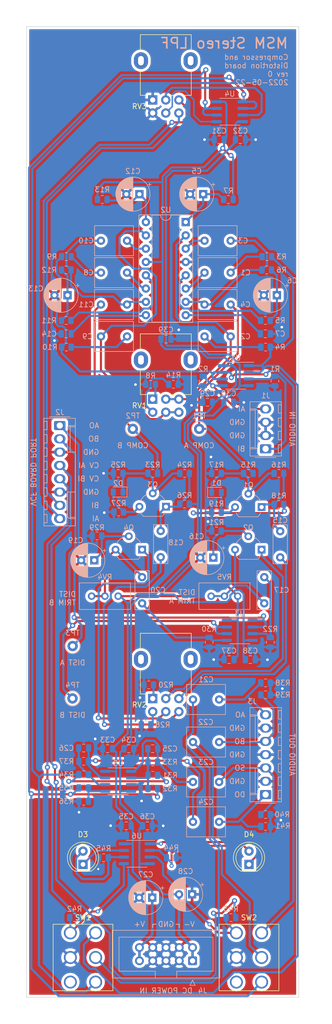
<source format=kicad_pcb>
(kicad_pcb (version 20211014) (generator pcbnew)
  (title_block (title "MSM Stereo VCF compressor and distortion board") (date "2022-05-26") (rev "0") (comment 1 "creativecommons.org/licenses/by/4.0") (comment 2 "License: CC by 4.0") (comment 3 "Drawn by: Jordan Aceto"))
  (layers (0 "F.Cu" signal) (31 "B.Cu" signal) (34 "B.Paste" user) (35 "F.Paste" user) (36 "B.SilkS" user "B.Silkscreen") (37 "F.SilkS" user "F.Silkscreen") (38 "B.Mask" user) (39 "F.Mask" user) (44 "Edge.Cuts" user))
  (net 0 "")
  (net 1 "/sum_diff_amp/SUM_OUT")
  (net 2 "Net-(C1-Pad1)")
  (net 3 "/sum_diff_amp/DIFFERENCE_OUT")
  (net 4 "Net-(C1-Pad2)")
  (net 5 "Net-(C2-Pad1)")
  (net 6 "Net-(C2-Pad2)")
  (net 7 "Net-(C3-Pad2)")
  (net 8 "Net-(C3-Pad1)")
  (net 9 "Net-(C5-Pad1)")
  (net 10 "Net-(C8-Pad2)")
  (net 11 "Net-(C6-Pad1)")
  (net 12 "GND")
  (net 13 "Net-(C7-Pad1)")
  (net 14 "/distortion_B/SIGNAL_OUT")
  (net 15 "Net-(C8-Pad1)")
  (net 16 "/DRY_B")
  (net 17 "Net-(C10-Pad1)")
  (net 18 "Net-(C10-Pad2)")
  (net 19 "Net-(C12-Pad1)")
  (net 20 "Net-(C13-Pad1)")
  (net 21 "Net-(C14-Pad1)")
  (net 22 "Net-(C15-Pad1)")
  (net 23 "+15V")
  (net 24 "-15V")
  (net 25 "Net-(C15-Pad2)")
  (net 26 "Net-(C16-Pad1)")
  (net 27 "Net-(C17-Pad1)")
  (net 28 "/distortion_A/SIGNAL_OUT")
  (net 29 "/DRY_A")
  (net 30 "Net-(C17-Pad2)")
  (net 31 "Net-(C18-Pad1)")
  (net 32 "Net-(C18-Pad2)")
  (net 33 "Net-(C19-Pad1)")
  (net 34 "Net-(C20-Pad1)")
  (net 35 "Net-(D1-Pad1)")
  (net 36 "Net-(D1-Pad2)")
  (net 37 "Net-(D2-Pad1)")
  (net 38 "Net-(D2-Pad2)")
  (net 39 "Net-(D3-Pad1)")
  (net 40 "Net-(D3-Pad2)")
  (net 41 "Net-(D4-Pad1)")
  (net 42 "Net-(D4-Pad2)")
  (net 43 "/input_buffer_A/SIGNAL_IN")
  (net 44 "/input_buffer_B/SIGNAL_IN")
  (net 45 "Net-(Q2-Pad1)")
  (net 46 "Net-(Q4-Pad1)")
  (net 47 "/led_drivers/CV_A_IN")
  (net 48 "/led_drivers/CV_B_IN")
  (net 49 "/compressor_B/SIGNAL_OUT")
  (net 50 "Net-(C20-Pad2)")
  (net 51 "Net-(C9-Pad1)")
  (net 52 "Net-(C21-Pad1)")
  (net 53 "/compressor_A/SIGNAL_OUT")
  (net 54 "Net-(C21-Pad2)")
  (net 55 "/WET_A")
  (net 56 "/WET_B")
  (net 57 "Net-(C9-Pad2)")
  (net 58 "Net-(C22-Pad1)")
  (net 59 "/output_buffer_A/SIGNAL_IN")
  (net 60 "/output_buffer_B/SIGNAL_IN")
  (net 63 "Net-(C22-Pad2)")
  (net 64 "Net-(C23-Pad2)")
  (net 65 "Net-(J2-Pad4)")
  (net 66 "Net-(J2-Pad5)")
  (net 67 "Net-(J2-Pad7)")
  (net 68 "Net-(J2-Pad8)")
  (net 69 "Net-(C24-Pad2)")
  (net 70 "Net-(C25-Pad1)")
  (net 71 "Net-(C26-Pad1)")
  (net 72 "Net-(R5-Pad2)")
  (net 73 "Net-(R8-Pad1)")
  (net 74 "Net-(R11-Pad2)")
  (net 75 "Net-(R14-Pad1)")
  (net 76 "Net-(R20-Pad1)")
  (net 77 "Net-(R28-Pad1)")
  (net 78 "Net-(R35-Pad2)")
  (footprint "custom_footprints:DPDT_mini_toggle" (layer "F.Cu") (at 125.095 222.25)
    (fp_text reference "SW2")
    (fp_text value "bypass_switch_B")
  )
  (footprint "Potentiometer_THT:Potentiometer_Alpha_RD902F-40-00D_Dual_Vertical" (layer "F.Cu") (at 106.68 172.8 90)
    (fp_text reference "RV2")
    (fp_text value "100k")
  )
  (footprint "Potentiometer_THT:Potentiometer_Alpha_RD902F-40-00D_Dual_Vertical" (layer "F.Cu") (at 106.68 115.61 90)
    (fp_text reference "RV1")
    (fp_text value "100k")
  )
  (footprint "custom_footprints:DPDT_mini_toggle" (layer "F.Cu") (at 93.345 222.25)
    (fp_text reference "SW1")
    (fp_text value "bypass_switch_A")
  )
  (footprint "Potentiometer_THT:Potentiometer_Alpha_RD902F-40-00D_Dual_Vertical" (layer "F.Cu") (at 106.68 58.46 90)
    (fp_text reference "RV3")
    (fp_text value "100k")
  )
  (footprint "LED_THT:LED_D5.0mm" (layer "F.Cu") (at 125.095 204.475 90)
    (fp_text reference "D4")
    (fp_text value "red_green")
  )
  (footprint "LED_THT:LED_D5.0mm" (layer "F.Cu") (at 93.345 204.475 90)
    (fp_text reference "D3")
    (fp_text value "red_green")
  )
  (footprint "Capacitor_SMD:C_0805_2012Metric" (layer "B.Cu") (at 90.13 103.124 180)
    (fp_text reference "C14")
    (fp_text value "220p")
  )
  (footprint "TestPoint:TestPoint_Keystone_5000-5004_Miniature" (layer "B.Cu") (at 91.3384 172.7708 180)
    (fp_text reference "TP4")
    (fp_text value "distortion_B")
  )
  (footprint "Capacitor_THT:CP_Radial_D6.3mm_P2.50mm" (layer "B.Cu") (at 118.27638 145.868 180)
    (fp_text reference "C16")
    (fp_text value "10u")
  )
  (footprint "Resistor_SMD:R_0805_2012Metric" (layer "B.Cu") (at 129.159 162.052 -90)
    (fp_text reference "R22")
    (fp_text value "100k")
  )
  (footprint "Capacitor_THT:C_Rect_L7.2mm_W2.5mm_P5.00mm_FKS2_FKP2_MKS2_MKP2" (layer "B.Cu") (at 131.064 140.828 -90)
    (fp_text reference "C15")
    (fp_text value "100n")
  )
  (footprint "Package_TO_SOT_THT:TO-92_Wide" (layer "B.Cu") (at 104.648 144.344 180)
    (fp_text reference "Q4")
    (fp_text value "BF245A")
  )
  (footprint "Resistor_SMD:R_0805_2012Metric" (layer "B.Cu") (at 110.236 203.2 180)
    (fp_text reference "R44")
    (fp_text value "3k3")
  )
  (footprint "Capacitor_THT:C_Rect_L7.2mm_W5.5mm_P5.00mm_FKS2_FKP2_MKS2_MKP2" (layer "B.Cu") (at 101.774 91.44 180)
    (fp_text reference "C8")
    (fp_text value "1u")
  )
  (footprint "Connector_Molex:Molex_KK-254_AE-6410-04A_1x04_P2.54mm_Vertical" (layer "B.Cu") (at 128.27 125.095 90)
    (fp_text reference "J1")
    (fp_text value "dry_in")
  )
  (footprint "Package_SO:SOIC-8_3.9x4.9mm_P1.27mm" (layer "B.Cu") (at 121.412 60.706 180)
    (fp_text reference "U4")
    (fp_text value "TL072")
  )
  (footprint "Capacitor_SMD:C_0805_2012Metric" (layer "B.Cu") (at 121.224 116.205 180)
    (fp_text reference "C30")
    (fp_text value "100n")
  )
  (footprint "Capacitor_SMD:C_0805_2012Metric" (layer "B.Cu") (at 105.664 197.104 180)
    (fp_text reference "C36")
    (fp_text value "100n")
  )
  (footprint "Capacitor_SMD:C_0805_2012Metric" (layer "B.Cu") (at 125.349 165.354 180)
    (fp_text reference "C38")
    (fp_text value "100n")
  )
  (footprint "Capacitor_THT:C_Rect_L7.2mm_W5.5mm_P5.00mm_FKS2_FKP2_MKS2_MKP2" (layer "B.Cu") (at 114.38 188.722)
    (fp_text reference "C23")
    (fp_text value "1u")
  )
  (footprint "Capacitor_THT:CP_Radial_D6.3mm_P2.50mm" (layer "B.Cu") (at 114.21238 210.185 180)
    (fp_text reference "C28")
    (fp_text value "10u")
  )
  (footprint "Capacitor_THT:C_Rect_L7.2mm_W2.5mm_P5.00mm_FKS2_FKP2_MKS2_MKP2" (layer "B.Cu") (at 128.016 154.606 90)
    (fp_text reference "C17")
    (fp_text value "100n")
  )
  (footprint "Package_SO:SOIC-8_3.9x4.9mm_P1.27mm" (layer "B.Cu") (at 122.555 111.125 180)
    (fp_text reference "U1")
    (fp_text value "TL072")
  )
  (footprint "Capacitor_THT:CP_Radial_D6.3mm_P2.50mm" (layer "B.Cu") (at 90.384 95.758 180)
    (fp_text reference "C13")
    (fp_text value "10u")
  )
  (footprint "Capacitor_THT:C_Rect_L7.2mm_W5.5mm_P5.00mm_FKS2_FKP2_MKS2_MKP2" (layer "B.Cu") (at 116.586 85.344)
    (fp_text reference "C3")
    (fp_text value "1u")
  )
  (footprint "Connector_IDC:IDC-Header_2x05_P2.54mm_Vertical" (layer "B.Cu") (at 114.3 222.885 90)
    (fp_text reference "J4")
    (fp_text value "power_entry")
  )
  (footprint "Capacitor_THT:C_Rect_L7.2mm_W5.5mm_P5.00mm_FKS2_FKP2_MKS2_MKP2" (layer "B.Cu") (at 96.774 97.536)
    (fp_text reference "C11")
    (fp_text value "1u")
  )
  (footprint "Resistor_SMD:R_0805_2012Metric" (layer "B.Cu") (at 93.472 184.785)
    (fp_text reference "R37")
    (fp_text value "100k")
  )
  (footprint "Resistor_SMD:R_0805_2012Metric" (layer "B.Cu") (at 110.6405 112.776)
    (fp_text reference "R14")
    (fp_text value "22k")
  )
  (footprint "Resistor_SMD:R_0805_2012Metric" (layer "B.Cu") (at 100.1795 137.16 180)
    (fp_text reference "R27")
    (fp_text value "2k")
  )
  (footprint "Resistor_SMD:R_0805_2012Metric" (layer "B.Cu") (at 117.475 162.052 -90)
    (fp_text reference "R30")
    (fp_text value "100k")
  )
  (footprint "Resistor_SMD:R_0805_2012Metric" (layer "B.Cu") (at 128.27 172.085)
    (fp_text reference "R39")
    (fp_text value "100k")
  )
  (footprint "LED_SMD:LED_0805_2012Metric" (layer "B.Cu") (at 100.076 133.35 180)
    (fp_text reference "D2")
    (fp_text value "red")
  )
  (footprint "Resistor_SMD:R_0805_2012Metric" (layer "B.Cu") (at 106.2755 112.776 180)
    (fp_text reference "R8")
    (fp_text value "22k")
  )
  (footprint "Package_DIP:DIP-16_W7.62mm_Socket" (layer "B.Cu") (at 112.99 81.788 180)
    (fp_text reference "U2")
    (fp_text value "NE570")
  )
  (footprint "Resistor_SMD:R_0805_2012Metric" (layer "B.Cu") (at 128.524 88.392)
    (fp_text reference "R3")
    (fp_text value "10k")
  )
  (footprint "Capacitor_SMD:C_0805_2012Metric" (layer "B.Cu") (at 102.108 182.372 180)
    (fp_text reference "C34")
    (fp_text value "100n")
  )
  (footprint "Capacitor_THT:C_Rect_L7.2mm_W2.5mm_P5.00mm_FKS2_FKP2_MKS2_MKP2" (layer "B.Cu") (at 104.648 149.606 -90)
    (fp_text reference "C20")
    (fp_text value "100n")
  )
  (footprint "Capacitor_THT:C_Rect_L7.2mm_W2.5mm_P5.00mm_FKS2_FKP2_MKS2_MKP2" (layer "B.Cu") (at 108.204 140.788 -90)
    (fp_text reference "C18")
    (fp_text value "100n")
  )
  (footprint "Capacitor_THT:C_Rect_L7.2mm_W5.5mm_P5.00mm_FKS2_FKP2_MKS2_MKP2" (layer "B.Cu") (at 114.38 196.342)
    (fp_text reference "C24")
    (fp_text value "1u")
  )
  (footprint "Capacitor_THT:C_Rect_L7.2mm_W5.5mm_P5.00mm_FKS2_FKP2_MKS2_MKP2" (layer "B.Cu") (at 114.38 181.102)
    (fp_text reference "C22")
    (fp_text value "1u")
  )
  (footprint "Resistor_SMD:R_0805_2012Metric" (layer "B.Cu") (at 128.23 100.584 180)
    (fp_text reference "R5")
    (fp_text value "47k")
  )
  (footprint "Connector_Molex:Molex_KK-254_AE-6410-07A_1x07_P2.54mm_Vertical" (layer "B.Cu") (at 128.27 191.135 90)
    (fp_text reference "J3")
    (fp_text value "final_out")
  )
  (footprint "Capacitor_THT:C_Rect_L7.2mm_W5.5mm_P5.00mm_FKS2_FKP2_MKS2_MKP2" (layer "B.Cu") (at 101.774 85.344 180)
    (fp_text reference "C10")
    (fp_text value "1u")
  )
  (footprint "TestPoint:TestPoint_Keystone_5000-5004_Miniature" (layer "B.Cu") (at 91.3638 162.7632 180)
    (fp_text reference "TP3")
    (fp_text value "distortion_A")
  )
  (footprint "Resistor_SMD:R_0805_2012Metric" (layer "B.Cu") (at 106.68 189.992 180)
    (fp_text reference "R32")
    (fp_text value "100k")
  )
  (footprint "Capacitor_SMD:C_0805_2012Metric" (layer "B.Cu") (at 101.6 197.104 180)
    (fp_text reference "C35")
    (fp_text value "100n")
  )
  (footprint "Resistor_SMD:R_0805_2012Metric" (layer "B.Cu") (at 91.7175 214.63 180)
    (fp_text reference "R42")
    (fp_text value "100k")
  )
  (footprint "Resistor_SMD:R_0805_2012Metric" (layer "B.Cu") (at 97.282 203.2)
    (fp_text reference "R45")
    (fp_text value "3k3")
  )
  (footprint "Resistor_SMD:R_0805_2012Metric" (layer "B.Cu") (at 90.17 105.664 180)
    (fp_text reference "R10")
    (fp_text value "3k3")
  )
  (footprint "Resistor_SMD:R_0805_2012Metric" (layer "B.Cu") (at 128.27 197.231)
    (fp_text reference "R41")
    (fp_text value "100k")
  )
  (footprint "Potentiometer_THT:Potentiometer_Bourns_3296W_Vertical" (layer "B.Cu") (at 117.856 153.234 180)
    (fp_text reference "RV5")
    (fp_text value "50k")
  )
  (footprint "Capacitor_THT:C_Rect_L7.2mm_W5.5mm_P5.00mm_FKS2_FKP2_MKS2_MKP2" (layer "B.Cu") (at 121.586 103.632 180)
    (fp_text reference "C2")
    (fp_text value "1u")
  )
  (footprint "Capacitor_THT:CP_Radial_D6.3mm_P2.50mm" (layer "B.Cu") (at 116.332 76.454 180)
    (fp_text reference "C5")
    (fp_text value "2u2")
  )
  (footprint "Resistor_SMD:R_0805_2012Metric" (layer "B.Cu") (at 128.484 90.932)
    (fp_text reference "R6")
    (fp_text value "47k")
  )
  (footprint "Capacitor_THT:C_Rect_L7.2mm_W5.5mm_P5.00mm_FKS2_FKP2_MKS2_MKP2" (layer "B.Cu") (at 116.586 91.44)
    (fp_text reference "C1")
    (fp_text value "1u")
  )
  (footprint "Resistor_SMD:R_0805_2012Metric" (layer "B.Cu") (at 93.472 189.865)
    (fp_text reference "R35")
    (fp_text value "100k")
  )
  (footprint "Resistor_SMD:R_0805_2012Metric" (layer "B.Cu") (at 90.17 88.392 180)
    (fp_text reference "R9")
    (fp_text value "10k")
  )
  (footprint "Resistor_SMD:R_0805_2012Metric" (layer "B.Cu") (at 93.472 192.405 180)
    (fp_text reference "R36")
    (fp_text value "100k")
  )
  (footprint "Capacitor_THT:CP_Radial_D6.3mm_P2.50mm" (layer "B.Cu") (at 95.504 146.384 180)
    (fp_text reference "C19")
    (fp_text value "10u")
  )
  (footprint "Capacitor_THT:C_Rect_L7.2mm_W5.5mm_P5.00mm_FKS2_FKP2_MKS2_MKP2" (layer "B.Cu") (at 96.774 103.632)
    (fp_text reference "C9")
    (fp_text value "1u")
  )
  (footprint "Resistor_SMD:R_0805_2012Metric" (layer "B.Cu") (at 121.15862 77.47 180)
    (fp_text reference "R7")
    (fp_text value "2M2")
  )
  (footprint "Resistor_SMD:R_0805_2012Metric" (layer "B.Cu") (at 100.076 129.794 180)
    (fp_text reference "R25")
    (fp_text value "1M")
  )
  (footprint "Resistor_SMD:R_0805_2012Metric" (layer "B.Cu") (at 96.012 141.732 180)
    (fp_text reference "R29")
    (fp_text value "1k")
  )
  (footprint "Resistor_SMD:R_0805_2012Metric" (layer "B.Cu") (at 118.872 140.788 180)
    (fp_text reference "R21")
    (fp_text value "1k")
  )
  (footprint "Capacitor_SMD:C_0805_2012Metric" (layer "B.Cu") (at 119.38 66.04 180)
    (fp_text reference "C31")
    (fp_text value "100n")
  )
  (footprint "Resistor_SMD:R_0805_2012Metric" (layer "B.Cu") (at 128.27 169.799 180)
    (fp_text reference "R38")
    (fp_text value "100k")
  )
  (footprint "TestPoint:TestPoint_Keystone_5000-5004_Miniature" (layer "B.Cu") (at 102.87 121.285 180)
    (fp_text reference "TP2")
    (fp_text value "compressor_B")
  )
  (footprint "LED_SMD:LED_0805_2012Metric" (layer "B.Cu") (at 118.872 133.422)
    (fp_text reference "D1")
    (fp_text value "red")
  )
  (footprint "Package_TO_SOT_THT:TO-92_Wide" (layer "B.Cu") (at 109.22 136.144 180)
    (fp_text reference "Q3")
    (fp_text value "BS170")
  )
  (footprint "Capacitor_THT:C_Rect_L7.2mm_W5.5mm_P5.00mm_FKS2_FKP2_MKS2_MKP2" (layer "B.Cu") (at 114.38 172.974)
    (fp_text reference "C21")
    (fp_text value "1u")
  )
  (footprint "Package_TO_SOT_THT:TO-92_Wide" (layer "B.Cu") (at 127.508 136.224 180)
    (fp_text reference "Q1")
    (fp_text value "BS170")
  )
  (footprint "Package_SO:SOIC-8_3.9x4.9mm_P1.27mm" (layer "B.Cu") (at 100.076 188.595 180)
    (fp_text reference "U5")
    (fp_text value "TL072")
  )
  (footprint "Resistor_SMD:R_0805_2012Metric" (layer "B.Cu") (at 128.27 105.664)
    (fp_text reference "R4")
    (fp_text value "3k3")
  )
  (footprint "Capacitor_SMD:C_0805_2012Metric" (layer "B.Cu") (at 128.23 103.124)
    (fp_text reference "C7")
    (fp_text value "220p")
  )
  (footprint "Resistor_SMD:R_0805_2012Metric" (layer "B.Cu") (at 90.13 100.584)
    (fp_text reference "R11")
    (fp_text value "47k")
  )
  (footprint "Package_TO_SOT_THT:TO-92_Wide" (layer "B.Cu") (at 127.508 144.352 180)
    (fp_text reference "Q2")
    (fp_text value "BF245A")
  )
  (footprint "Package_SO:SOIC-8_3.9x4.9mm_P1.27mm" (layer "B.Cu") (at 123.317 159.766 180)
    (fp_text reference "U3")
    (fp_text value "TL072")
  )
  (footprint "Capacitor_SMD:C_0805_2012Metric" (layer "B.Cu") (at 93.472 182.245)
    (fp_text reference "C26")
    (fp_text value "100p")
  )
  (footprint "Resistor_SMD:R_0805_2012Metric" (layer "B.Cu") (at 106.68 129.794 180)
    (fp_text reference "R23")
    (fp_text value "1k")
  )
  (footprint "Capacitor_SMD:C_0805_2012Metric" (layer "B.Cu") (at 121.285 165.354 180)
    (fp_text reference "C37")
    (fp_text value "100n")
  )
  (footprint "Connector_Molex:Molex_KK-254_AE-6410-08A_1x08_P2.54mm_Vertical" (layer "B.Cu") (at 88.9 120.65 -90)
    (fp_text reference "J2")
    (fp_text value "vcf_board_send_receive")
  )
  (footprint "Capacitor_SMD:C_0805_2012Metric" (layer "B.Cu") (at 98.044 182.372 180)
    (fp_text reference "C33")
    (fp_text value "100n")
  )
  (footprint "Capacitor_THT:CP_Radial_D6.3mm_P2.50mm" (layer "B.Cu") (at 106.59238 210.82 180)
    (fp_text reference "C27")
    (fp_text value "10u")
  )
  (footprint "Resistor_SMD:R_0805_2012Metric" (layer "B.Cu") (at 112.776 135.636 180)
    (fp_text reference "R26")
    (fp_text value "4k7")
  )
  (footprint "Resistor_SMD:R_0805_2012Metric" (layer "B.Cu") (at 124.968 129.794 180)
    (fp_text reference "R15")
    (fp_text value "1k")
  )
  (footprint "Resistor_SMD:R_0805_2012Metric" (layer "B.Cu") (at 121.6425 214.63 180)
    (fp_text reference "R43")
    (fp_text value "100k")
  )
  (footprint "Resistor_SMD:R_0805_2012Metric" (layer "B.Cu") (at 105.41 177.8 180)
    (fp_text reference "R28")
    (fp_text value "10k")
  )
  (footprint "Resistor_SMD:R_0805_2012Metric" (layer "B.Cu") (at 105.918 170.18 180)
    (fp_text reference "R20")
    (fp_text value "10k")
  )
  (footprint "Resistor_SMD:R_0805_2012Metric" (layer "B.Cu") (at 128.27 194.945 180)
    (fp_text reference "R40")
    (fp_text value "100k")
  )
  (footprint "Resistor_SMD:R_0805_2012Metric" (layer "B.Cu") (at 112.776 129.794 180)
    (fp_text reference "R24")
    (fp_text value "1M")
  )
  (footprint "Resistor_SMD:R_0805_2012Metric" (layer "B.Cu") (at 118.872 129.794 180)
    (fp_text reference "R17")
    (fp_text value "1M")
  )
  (footprint "Capacitor_SMD:C_0805_2012Metric" (layer "B.Cu") (at 117.16 116.205 180)
    (fp_text reference "C29")
    (fp_text value "100n")
  )
  (footprint "Capacitor_THT:CP_Radial_D6.3mm_P2.50mm" (layer "B.Cu") (at 130.42838 95.758 180)
    (fp_text reference "C6")
    (fp_text value "10u")
  )
  (footprint "Capacitor_THT:C_Rect_L7.2mm_W5.5mm_P5.00mm_FKS2_FKP2_MKS2_MKP2" (layer "B.Cu") (at 121.586 97.536 180)
    (fp_text reference "C4")
    (fp_text value "1u")
  )
  (footprint "Resistor_SMD:R_0805_2012Metric" (layer "B.Cu") (at 90.13 90.932 180)
    (fp_text reference "R12")
    (fp_text value "47k")
  )
  (footprint "Resistor_SMD:R_0805_2012Metric" (layer "B.Cu") (at 130.81 135.708 180)
    (fp_text reference "R18")
    (fp_text value "4k7")
  )
  (footprint "Capacitor_THT:CP_Radial_D6.3mm_P2.50mm" (layer "B.Cu") (at 104.14 76.454 180)
    (fp_text reference "C12")
    (fp_text value "2u2")
  )
  (footprint "Resistor_SMD:R_0805_2012Metric" (layer "B.Cu") (at 97.02862 77.47)
    (fp_text reference "R13")
    (fp_text value "2M2")
  )
  (footprint "Resistor_SMD:R_0805_2012Metric" (layer "B.Cu") (at 130.048 112.141 -90)
    (fp_text reference "R1")
    (fp_text value "470k")
  )
  (footprint "Resistor_SMD:R_0805_2012Metric" (layer "B.Cu") (at 93.472 187.325)
    (fp_text reference "R34")
    (fp_text value "100k")
  )
  (footprint "Capacitor_SMD:C_0805_2012Metric" (layer "B.Cu") (at 109.22 104.14)
    (fp_text reference "C39")
    (fp_text value "100n")
  )
  (footprint "Capacitor_SMD:C_0805_2012Metric" (layer "B.Cu") (at 123.444 66.04 180)
    (fp_text reference "C32")
    (fp_text value "100n")
  )
  (footprint "Package_SO:SOIC-8_3.9x4.9mm_P1.27mm" (layer "B.Cu") (at 103.632 202.438 180)
    (fp_text reference "U6")
    (fp_text value "TL072")
  )
  (footprint "Potentiometer_THT:Potentiometer_Bourns_3296W_Vertical" (layer "B.Cu") (at 94.996 153.234 180)
    (fp_text reference "RV4")
    (fp_text value "50k")
  )
  (footprint "Resistor_SMD:R_0805_2012Metric" (layer "B.Cu") (at 106.68 184.912)
    (fp_text reference "R33")
    (fp_text value "100k")
  )
  (footprint "Resistor_SMD:R_0805_2012Metric" (layer "B.Cu") (at 116.332 112.141 -90)
    (fp_text reference "R2")
    (fp_text value "470k")
  )
  (footprint "Resistor_SMD:R_0805_2012Metric" (layer "B.Cu") (at 106.68 187.452 180)
    (fp_text reference "R31")
    (fp_text value "100k")
  )
  (footprint "Capacitor_SMD:C_0805_2012Metric" (layer "B.Cu") (at 106.68 182.372)
    (fp_text reference "C25")
    (fp_text value "100p")
  )
  (footprint "TestPoint:TestPoint_Keystone_5000-5004_Miniature" (layer "B.Cu") (at 115.57 121.285 180)
    (fp_text reference "TP1")
    (fp_text value "compressor_A")
  )
  (footprint "Resistor_SMD:R_0805_2012Metric" (layer "B.Cu") (at 118.872 137.232 180)
    (fp_text reference "R19")
    (fp_text value "2k")
  )
  (footprint "Resistor_SMD:R_0805_2012Metric" (layer "B.Cu") (at 130.81 129.794 180)
    (fp_text reference "R16")
    (fp_text value "1M")
  )
  (gr_line (start 107.315 215.9) (end 106.68 215.9) (layer "B.SilkS") (width 0.15))
  (gr_line (start 111.125 215.9) (end 111.76 215.9) (layer "B.SilkS") (width 0.15))
  (gr_line (start 106.68 215.9) (end 106.68 216.535) (layer "B.SilkS") (width 0.15))
  (gr_line (start 111.76 215.9) (end 111.76 216.535) (layer "B.SilkS") (width 0.15))
  (gr_line (start 82.55 44.45) (end 82.55 229.87) (layer "Edge.Cuts") (width 0.1))
  (gr_line (start 134.62 229.87) (end 134.62 44.45) (layer "Edge.Cuts") (width 0.1))
  (gr_line (start 82.55 229.87) (end 134.62 229.87) (layer "Edge.Cuts") (width 0.1))
  (gr_line (start 134.62 44.45) (end 82.55 44.45) (layer "Edge.Cuts") (width 0.1))
  (gr_text "DC POWER IN" (at 109.22 228.6) (layer "B.SilkS") (effects (font (size 1 1)) (justify mirror)))
  (gr_text "DIST\nTRIM A" (at 114.935 153.319) (layer "B.SilkS") (effects (font (size 1 1)) (justify left mirror)))
  (gr_text "BO" (at 124.46 180.975) (layer "B.SilkS") (effects (font (size 1 1)) (justify left mirror)))
  (gr_text "COMP B" (at 102.87 124.46) (layer "B.SilkS") (effects (font (size 1 1)) (justify mirror)))
  (gr_text "GND" (at 124.46 122.555) (layer "B.SilkS") (effects (font (size 1 1)) (justify left mirror)))
  (gr_text "GND" (at 124.46 120.015) (layer "B.SilkS") (effects (font (size 1 1)) (justify left mirror)))
  (gr_text "AI" (at 96.52 138.43) (layer "B.SilkS") (effects (font (size 1 1)) (justify left mirror)))
  (gr_text "DO" (at 124.46 191.135) (layer "B.SilkS") (effects (font (size 1 1)) (justify left mirror)))
  (gr_text "COMP A" (at 115.57 124.46) (layer "B.SilkS") (effects (font (size 1 1)) (justify mirror)))
  (gr_text "AUDIO OUT" (at 133.35 183.515 270) (layer "B.SilkS") (effects (font (size 1 1)) (justify mirror)))
  (gr_text "DIST\nTRIM B" (at 92.075 153.67) (layer "B.SilkS") (effects (font (size 1 1)) (justify left mirror)))
  (gr_text "BO" (at 96.52 123.19) (layer "B.SilkS") (effects (font (size 1 1)) (justify left mirror)))
  (gr_text "Compressor and\nDistortion board\nrev 0\n2022-05-22" (at 132.715 52.705) (layer "B.SilkS") (effects (font (size 1 1)) (justify left mirror)))
  (gr_text "AO" (at 124.46 175.895) (layer "B.SilkS") (effects (font (size 1 1)) (justify left mirror)))
  (gr_text "BI" (at 96.52 135.89) (layer "B.SilkS") (effects (font (size 1 1)) (justify left mirror)))
  (gr_text "V+" (at 104.14 215.9) (layer "B.SilkS") (effects (font (size 1 1)) (justify mirror)))
  (gr_text "CV AI" (at 96.52 128.27) (layer "B.SilkS") (effects (font (size 1 1)) (justify left mirror)))
  (gr_text "GND" (at 124.46 183.515) (layer "B.SilkS") (effects (font (size 1 1)) (justify left mirror)))
  (gr_text "VCF BOARD PORT" (at 83.82 129.54 270) (layer "B.SilkS") (effects (font (size 1 1)) (justify mirror)))
  (gr_text "SO" (at 124.46 186.055) (layer "B.SilkS") (effects (font (size 1 1)) (justify left mirror)))
  (gr_text "DIST A" (at 91.3638 165.9382) (layer "B.SilkS") (effects (font (size 1 1)) (justify mirror)))
  (gr_text "AO" (at 96.52 120.65) (layer "B.SilkS") (effects (font (size 1 1)) (justify left mirror)))
  (gr_text "DIST B" (at 91.3384 175.9458) (layer "B.SilkS") (effects (font (size 1 1)) (justify mirror)))
  (gr_text "GND" (at 109.22 215.9) (layer "B.SilkS") (effects (font (size 1 1)) (justify mirror)))
  (gr_text "CV BI" (at 96.52 130.81) (layer "B.SilkS") (effects (font (size 1 1)) (justify left mirror)))
  (gr_text "GND" (at 96.52 133.35) (layer "B.SilkS") (effects (font (size 1 1)) (justify left mirror)))
  (gr_text "AUDIO IN" (at 133.35 121.285 270) (layer "B.SilkS") (effects (font (size 1 1)) (justify mirror)))
  (gr_text "BI" (at 124.46 125.095) (layer "B.SilkS") (effects (font (size 1 1)) (justify left mirror)))
  (gr_text "AI" (at 124.46 117.475) (layer "B.SilkS") (effects (font (size 1 1)) (justify left mirror)))
  (gr_text "GND" (at 96.52 125.73) (layer "B.SilkS") (effects (font (size 1 1)) (justify left mirror)))
  (gr_text "GND" (at 124.46 188.595) (layer "B.SilkS") (effects (font (size 1 1)) (justify left mirror)))
  (gr_text "V-" (at 113.665 215.9) (layer "B.SilkS") (effects (font (size 1 1)) (justify mirror)))
  (gr_text "GND" (at 124.46 178.435) (layer "B.SilkS") (effects (font (size 1 1)) (justify left mirror)))
  (gr_text "MSM Stereo LPF" (at 132.715 47.625) (layer "B.SilkS") (effects (font (size 2 2) (thickness 0.3)) (justify left mirror)))
  (segment (start 107.63 184.8745) (end 107.5925 184.912) (width 0.4) (layer "B.Cu") (net 1))
  (segment (start 107.5925 184.912) (end 111.4025 188.722) (width 0.4) (layer "B.Cu") (net 1))
  (segment (start 104.764911 185.049089) (end 104.764911 181.493089) (width 0.4) (layer "B.Cu") (net 1))
  (segment (start 104.764911 181.493089) (end 105.41 180.848) (width 0.4) (layer "B.Cu") (net 1))
  (segment (start 106.934 180.848) (end 107.63 181.544) (width 0.4) (layer "B.Cu") (net 1))
  (segment (start 111.4025 188.722) (end 114.38 188.722) (width 0.4) (layer "B.Cu") (net 1))
  (segment (start 107.63 182.372) (end 107.63 184.8745) (width 0.4) (layer "B.Cu") (net 1))
  (segment (start 105.41 180.848) (end 106.934 180.848) (width 0.4) (layer "B.Cu") (net 1))
  (segment (start 103.124 186.69) (end 104.764911 185.049089) (width 0.4) (layer "B.Cu") (net 1))
  (segment (start 107.63 181.544) (end 107.63 182.372) (width 0.4) (layer "B.Cu") (net 1))
  (segment (start 102.551 186.69) (end 103.124 186.69) (width 0.4) (layer "B.Cu") (net 1))
  (segment (start 113.538 94.488) (end 112.99 94.488) (width 0.4) (layer "B.Cu") (net 2))
  (segment (start 116.586 91.44) (end 113.538 94.488) (width 0.4) (layer "B.Cu") (net 2))
  (segment (start 113.2332 184.785) (end 113.1062 184.658) (width 0.4) (layer "F.Cu") (net 3))
  (segment (start 113.1062 184.658) (end 95.758 184.658) (width 0.4) (layer "F.Cu") (net 3))
  (via (at 95.758 184.658) (size 1) (drill 0.5) (layers "F.Cu" "B.Cu") (net 3))
  (via (at 113.2332 184.785) (size 1) (drill 0.5) (layers "F.Cu" "B.Cu") (net 3))
  (segment (start 96.774 187.96) (end 94.3845 185.5705) (width 0.4) (layer "B.Cu") (net 3))
  (segment (start 114.38 190.8772) (end 115.579511 189.677689) (width 0.4) (layer "B.Cu") (net 3))
  (segment (start 95.758 184.658) (end 94.5115 184.658) (width 0.4) (layer "B.Cu") (net 3))
  (segment (start 115.579511 187.131311) (end 113.2332 184.785) (width 0.4) (layer "B.Cu") (net 3))
  (segment (start 94.422 184.7475) (end 94.3845 184.785) (width 0.4) (layer "B.Cu") (net 3))
  (segment (start 94.422 182.245) (end 94.422 184.7475) (width 0.4) (layer "B.Cu") (net 3))
  (segment (start 94.3845 185.5705) (end 94.3845 184.785) (width 0.4) (layer "B.Cu") (net 3))
  (segment (start 115.579511 189.677689) (end 115.579511 187.131311) (width 0.4) (layer "B.Cu") (net 3))
  (segment (start 94.5115 184.658) (end 94.3845 184.785) (width 0.4) (layer "B.Cu") (net 3))
  (segment (start 114.38 196.342) (end 114.38 190.8772) (width 0.4) (layer "B.Cu") (net 3))
  (segment (start 97.601 187.96) (end 96.774 187.96) (width 0.4) (layer "B.Cu") (net 3))
  (segment (start 124.634 88.392) (end 121.586 91.44) (width 0.4) (layer "B.Cu") (net 4))
  (segment (start 127.6115 88.392) (end 124.634 88.392) (width 0.4) (layer "B.Cu") (net 4))
  (segment (start 111.68 115.61) (end 113.498 115.61) (width 0.4) (layer "F.Cu") (net 5))
  (segment (start 121.586 107.522) (end 121.586 103.632) (width 0.4) (layer "F.Cu") (net 5))
  (segment (start 113.498 115.61) (end 121.586 107.522) (width 0.4) (layer "F.Cu") (net 5))
  (segment (start 111.190978 86.127022) (end 111.190978 99.862578) (width 0.4) (layer "B.Cu") (net 5))
  (segment (start 109.18 115.61) (end 111.68 115.61) (width 0.4) (layer "B.Cu") (net 5))
  (segment (start 112.99 84.328) (end 111.190978 86.127022) (width 0.4) (layer "B.Cu") (net 5))
  (segment (start 118.8428 100.8888) (end 121.586 103.632) (width 0.4) (layer "B.Cu") (net 5))
  (segment (start 112.2172 100.8888) (end 118.8428 100.8888) (width 0.4) (layer "B.Cu") (net 5))
  (segment (start 111.190978 99.862578) (end 112.2172 100.8888) (width 0.4) (layer "B.Cu") (net 5))
  (segment (start 127.3575 105.664) (end 118.618 105.664) (width 0.4) (layer "B.Cu") (net 6))
  (segment (start 118.618 105.664) (end 116.586 103.632) (width 0.4) (layer "B.Cu") (net 6))
  (segment (start 126.194559 85.344) (end 121.586 85.344) (width 0.4) (layer "B.Cu") (net 7))
  (segment (start 117.71737 97.536) (end 124.32137 90.932) (width 0.4) (layer "B.Cu") (net 7))
  (segment (start 127.5715 90.932) (end 128.52352 89.97998) (width 0.4) (layer "B.Cu") (net 7))
  (segment (start 116.078 97.028) (end 116.586 97.536) (width 0.4) (layer "B.Cu") (net 7))
  (segment (start 124.32137 90.932) (end 127.5715 90.932) (width 0.4) (layer "B.Cu") (net 7))
  (segment (start 128.52352 87.672961) (end 126.194559 85.344) (width 0.4) (layer "B.Cu") (net 7))
  (segment (start 116.586 97.536) (end 117.71737 97.536) (width 0.4) (layer "B.Cu") (net 7))
  (segment (start 128.52352 89.97998) (end 128.52352 87.672961) (width 0.4) (layer "B.Cu") (net 7))
  (segment (start 112.99 97.028) (end 116.078 97.028) (width 0.4) (layer "B.Cu") (net 7))
  (segment (start 116.586 85.344) (end 114.514 85.344) (width 0.4) (layer "B.Cu") (net 8))
  (segment (start 114.514 85.344) (end 112.99 86.868) (width 0.4) (layer "B.Cu") (net 8))
  (segment (start 116.332 76.454) (end 116.332 78.446) (width 0.4) (layer "B.Cu") (net 9))
  (segment (start 119.23012 76.454) (end 116.332 76.454) (width 0.4) (layer "B.Cu") (net 9))
  (segment (start 116.332 78.446) (end 112.99 81.788) (width 0.4) (layer "B.Cu") (net 9))
  (segment (start 120.24612 77.47) (end 119.23012 76.454) (width 0.4) (layer "B.Cu") (net 9))
  (segment (start 91.0825 88.392) (end 94.1305 91.44) (width 0.4) (layer "B.Cu") (net 10))
  (segment (start 94.1305 91.44) (end 96.774 91.44) (width 0.4) (layer "B.Cu") (net 10))
  (segment (start 129.1425 100.584) (end 130.42838 99.29812) (width 0.4) (layer "B.Cu") (net 11))
  (segment (start 130.42838 99.29812) (end 130.42838 95.758) (width 0.4) (layer "B.Cu") (net 11))
  (segment (start 129.3965 90.932) (end 130.42838 91.96388) (width 0.4) (layer "B.Cu") (net 11))
  (segment (start 130.42838 91.96388) (end 130.42838 95.758) (width 0.4) (layer "B.Cu") (net 11))
  (via (at 111.6584 102.362) (size 1) (drill 0.5) (layers "F.Cu" "B.Cu") (net 12))
  (via (at 104.1654 179.9336) (size 1) (drill 0.5) (layers "F.Cu" "B.Cu") (net 12))
  (via (at 104.5464 192.3542) (size 1) (drill 0.5) (layers "F.Cu" "B.Cu") (net 12))
  (via (at 117.2464 138.9888) (size 1) (drill 0.5) (layers "F.Cu" "B.Cu") (net 12))
  (via (at 108.6866 197.104) (size 1) (drill 0.5) (layers "F.Cu" "B.Cu") (net 12))
  (via (at 97.409 137.287) (size 1) (drill 0.5) (layers "F.Cu" "B.Cu") (net 12))
  (via (at 104.2416 172.6184) (size 1) (drill 0.5) (layers "F.Cu" "B.Cu") (net 12))
  (via (at 124.1044 116.2304) (size 1) (drill 0.5) (layers "F.Cu" "B.Cu") (net 12))
  (via (at 131.3688 101.854) (size 1) (drill 0.5) (layers "F.Cu" "B.Cu") (net 12))
  (via (at 117.8306 126.6444) (size 1) (drill 0.5) (layers "F.Cu" "B.Cu") (net 12))
  (via (at 131.191 196.0118) (size 1) (drill 0.5) (layers "F.Cu" "B.Cu") (net 12))
  (via (at 114.0968 116.7892) (size 1) (drill 0.5) (layers "F.Cu" "B.Cu") (net 12))
  (via (at 96.266 205.359) (size 0.8) (drill 0.4) (layers "F.Cu" "B.Cu") (net 12))
  (via (at 103.378 112.8268) (size 1) (drill 0.5) (layers "F.Cu" "B.Cu") (net 12))
  (via (at 92.583 194.5132) (size 1) (drill 0.5) (layers "F.Cu" "B.Cu") (net 12))
  (via (at 87.884 104.4194) (size 1) (drill 0.5) (layers "F.Cu" "B.Cu") (net 12))
  (via (at 97.282 129.7686) (size 1) (drill 0.5) (layers "F.Cu" "B.Cu") (net 12))
  (via (at 98.6282 197.0786) (size 1) (drill 0.5) (layers "F.Cu" "B.Cu") (net 12))
  (via (at 118.3386 165.354) (size 1) (drill 0.5) (layers "F.Cu" "B.Cu") (net 12))
  (via (at 128.6256 165.3794) (size 1) (drill 0.5) (layers "F.Cu" "B.Cu") (net 12))
  (via (at 95.6818 180.4924) (size 1) (drill 0.5) (layers "F.Cu" "B.Cu") (net 12))
  (via (at 116.586 66.04) (size 1) (drill 0.5) (layers "F.Cu" "B.Cu") (net 12))
  (via (at 126.365 66.04) (size 1) (drill 0.5) (layers "F.Cu" "B.Cu") (net 12))
  (via (at 131.4704 170.8912) (size 1) (drill 0.5) (layers "F.Cu" "B.Cu") (net 12))
  (segment (start 103.759 181.671) (end 103.058 182.372) (width 0.4) (layer "B.Cu") (net 12))
  (segment (start 103.759 180.34) (end 103.759 181.671) (width 0.4) (layer "B.Cu") (net 12))
  (segment (start 104.1654 179.9336) (end 103.759 180.34) (width 0.4) (layer "B.Cu") (net 12))
  (segment (start 127.28 103.124) (end 123.724 99.568) (width 0.4) (layer "B.Cu") (net 13))
  (segment (start 123.724 99.568) (end 112.99 99.568) (width 0.4) (layer "B.Cu") (net 13))
  (segment (start 92.2274 157.988) (end 91.3638 158.8516) (width 0.4) (layer "F.Cu") (net 14))
  (segment (start 118.3386 158.2928) (end 118.0338 157.988) (width 0.4) (layer "F.Cu") (net 14))
  (segment (start 118.0338 157.988) (end 92.2274 157.988) (width 0.4) (layer "F.Cu") (net 14))
  (via (at 91.3638 158.8516) (size 1) (drill 0.5) (layers "F.Cu" "B.Cu") (net 14))
  (via (at 118.3386 158.2928) (size 1) (drill 0.5) (layers "F.Cu" "B.Cu") (net 14))
  (segment (start 119.126 159.131) (end 120.842 159.131) (width 0.4) (layer "B.Cu") (net 14))
  (segment (start 90.746233 145.092767) (end 90.746233 158.234033) (width 0.4) (layer "B.Cu") (net 14))
  (segment (start 91.8972 126.1872) (end 91.8972 143.9418) (width 0.4) (layer "B.Cu") (net 14))
  (segment (start 89.5858 160.6296) (end 89.5858 171.0182) (width 0.4) (layer "B.Cu") (net 14))
  (segment (start 118.745 160.02) (end 118.745 159.512) (width 0.4) (layer "B.Cu") (net 14))
  (segment (start 88.9 123.19) (end 91.8972 126.1872) (width 0.4) (layer "B.Cu") (net 14))
  (segment (start 118.3386 158.2928) (end 119.1768 159.131) (width 0.4) (layer "B.Cu") (net 14))
  (segment (start 91.8972 143.9418) (end 90.746233 145.092767) (width 0.4) (layer "B.Cu") (net 14))
  (segment (start 120.842 160.401) (end 119.126 160.401) (width 0.4) (layer "B.Cu") (net 14))
  (segment (start 89.5858 171.0182) (end 91.3384 172.7708) (width 0.4) (layer "B.Cu") (net 14))
  (segment (start 118.745 159.512) (end 119.126 159.131) (width 0.4) (layer "B.Cu") (net 14))
  (segment (start 119.126 160.401) (end 118.745 160.02) (width 0.4) (layer "B.Cu") (net 14))
  (segment (start 90.746233 158.234033) (end 91.3638 158.8516) (width 0.4) (layer "B.Cu") (net 14))
  (segment (start 119.1768 159.131) (end 120.842 159.131) (width 0.4) (layer "B.Cu") (net 14))
  (segment (start 91.3638 158.8516) (end 89.5858 160.6296) (width 0.4) (layer "B.Cu") (net 14))
  (segment (start 101.774 91.44) (end 104.822 94.488) (width 0.4) (layer "B.Cu") (net 15))
  (segment (start 104.822 94.488) (end 105.37 94.488) (width 0.4) (layer "B.Cu") (net 15))
  (segment (start 128.3208 110.871) (end 122.3518 110.871) (width 0.4) (layer "F.Cu") (net 16))
  (segment (start 122.3518 110.871) (end 121.7168 111.506) (width 0.4) (layer "F.Cu") (net 16))
  (via (at 121.7168 111.506) (size 1) (drill 0.5) (layers "F.Cu" "B.Cu") (net 16))
  (via (at 128.3208 110.871) (size 1) (drill 0.5) (layers "F.Cu" "B.Cu") (net 16))
  (segment (start 130.686559 110.236) (end 128.9558 110.236) (width 0.4) (layer "B.Cu") (net 16))
  (segment (start 88.30548 101.303039) (end 88.30548 97.032886) (width 0.4) (layer "B.Cu") (net 16))
  (segment (start 120.08 110.49) (end 118.364 110.49) (width 0.4) (layer "B.Cu") (net 16))
  (segment (start 88.30548 89.34402) (end 89.2575 88.392) (width 0.4) (layer "B.Cu") (net 16))
  (segment (start 89.083511 92.42907) (end 88.30548 91.651039) (width 0.4) (layer "B.Cu") (net 16))
  (segment (start 118.364 110.49) (end 118.11 110.744) (width 0.4) (layer "B.Cu") (net 16))
  (segment (start 131.14752 110.696961) (end 130.686559 110.236) (width 0.4) (layer "B.Cu") (net 16))
  (segment (start 89.2575 106.7835) (end 89.2575 105.664) (width 0.4) (layer "B.Cu") (net 16))
  (segment (start 133.5786 211.4814) (end 133.5786 113.1316) (width 0.4) (layer "B.Cu") (net 16))
  (segment (start 121.7168 111.506) (end 121.7168 110.7948) (width 0.4) (layer "B.Cu") (net 16))
  (segment (start 118.364 111.76) (end 120.08 111.76) (width 0.4) (layer "B.Cu") (net 16))
  (segment (start 121.7168 110.7948) (end 121.412 110.49) (width 0.4) (layer "B.Cu") (net 16))
  (segment (start 117.68248 110.31648) (end 92.79048 110.31648) (width 0.4) (layer "B.Cu") (net 16))
  (segment (start 131.14752 110.70052) (end 131.14752 110.696961) (width 0.4) (layer "B.Cu") (net 16))
  (segment (start 92.79048 110.31648) (end 89.2575 106.7835) (width 0.4) (layer "B.Cu") (net 16))
  (segment (start 118.11 111.506) (end 118.364 111.76) (width 0.4) (layer "B.Cu") (net 16))
  (segment (start 118.11 110.744) (end 118.11 111.506) (width 0.4) (layer "B.Cu") (net 16))
  (segment (start 90.07952 102.27152) (end 89.49152 101.68352) (width 0.4) (layer "B.Cu") (net 16))
  (segment (start 127.51 217.55) (end 133.5786 211.4814) (width 0.4) (layer "B.Cu") (net 16))
  (segment (start 121.412 110.49) (end 120.08 110.49) (width 0.4) (layer "B.Cu") (net 16))
  (segment (start 90.07952 104.84198) (end 90.07952 102.27152) (width 0.4) (layer "B.Cu") (net 16))
  (segment (start 89.2575 105.664) (end 90.07952 104.84198) (width 0.4) (layer "B.Cu") (net 16))
  (segment (start 128.9558 110.236) (end 128.3208 110.871) (width 0.4) (layer "B.Cu") (net 16))
  (segment (start 89.083511 96.254855) (end 89.083511 92.42907) (width 0.4) (layer "B.Cu") (net 16))
  (segment (start 88.30548 91.651039) (end 88.30548 89.34402) (width 0.4) (layer "B.Cu") (net 16))
  (segment (start 88.685961 101.68352) (end 88.30548 101.303039) (width 0.4) (layer "B.Cu") (net 16))
  (segment (start 88.30548 97.032886) (end 89.083511 96.254855) (width 0.4) (layer "B.Cu") (net 16))
  (segment (start 89.49152 101.68352) (end 88.685961 101.68352) (width 0.4) (layer "B.Cu") (net 16))
  (segment (start 133.5786 113.1316) (end 131.14752 110.70052) (width 0.4) (layer "B.Cu") (net 16))
  (segment (start 118.11 110.744) (end 117.68248 110.31648) (width 0.4) (layer "B.Cu") (net 16))
  (segment (start 105.37 86.868) (end 103.298 86.868) (width 0.4) (layer "B.Cu") (net 17))
  (segment (start 103.298 86.868) (end 101.774 85.344) (width 0.4) (layer "B.Cu") (net 17))
  (segment (start 91.0425 93.8365) (end 91.0425 90.932) (width 0.4) (layer "B.Cu") (net 18))
  (segment (start 92.499441 85.344) (end 90.17048 87.672961) (width 0.4) (layer "B.Cu") (net 18))
  (segment (start 99.11863 96.012) (end 93.218 96.012) (width 0.4) (layer "B.Cu") (net 18))
  (segment (start 105.37 97.028) (end 102.282 97.028) (width 0.4) (layer "B.Cu") (net 18))
  (segment (start 100.64263 97.536) (end 99.11863 96.012) (width 0.4) (layer "B.Cu") (net 18))
  (segment (start 96.774 85.344) (end 92.499441 85.344) (width 0.4) (layer "B.Cu") (net 18))
  (segment (start 90.17048 87.672961) (end 90.17048 90.05998) (width 0.4) (layer "B.Cu") (net 18))
  (segment (start 102.282 97.028) (end 101.774 97.536) (width 0.4) (layer "B.Cu") (net 18))
  (segment (start 101.774 97.536) (end 100.64263 97.536) (width 0.4) (layer "B.Cu") (net 18))
  (segment (start 90.17048 90.05998) (end 91.0425 90.932) (width 0.4) (layer "B.Cu") (net 18))
  (segment (start 93.218 96.012) (end 91.0425 93.8365) (width 0.4) (layer "B.Cu") (net 18))
  (segment (start 98.124631 77.653511) (end 102.940489 77.653511) (width 0.4) (layer "B.Cu") (net 19))
  (segment (start 105.37 77.684) (end 104.14 76.454) (width 0.4) (layer "B.Cu") (net 19))
  (segment (start 97.94112 77.47) (end 98.124631 77.653511) (width 0.4) (layer "B.Cu") (net 19))
  (segment (start 102.940489 77.653511) (end 104.14 76.454) (width 0.4) (layer "B.Cu") (net 19))
  (segment (start 105.37 81.788) (end 105.37 77.684) (width 0.4) (layer "B.Cu") (net 19))
  (segment (start 90.384 99.4175) (end 90.384 95.758) (width 0.4) (layer "B.Cu") (net 20))
  (segment (start 89.2175 90.932) (end 90.384 92.0985) (width 0.4) (layer "B.Cu") (net 20))
  (segment (start 90.384 92.0985) (end 90.384 95.758) (width 0.4) (layer "B.Cu") (net 20))
  (segment (start 89.2175 100.584) (end 90.384 99.4175) (width 0.4) (layer "B.Cu") (net 20))
  (segment (start 91.08 103.124) (end 94.509 99.695) (width 0.4) (layer "B.Cu") (net 21))
  (segment (start 105.243 99.695) (end 105.37 99.568) (width 0.4) (layer "B.Cu") (net 21))
  (segment (start 94.509 99.695) (end 105.243 99.695) (width 0.4) (layer "B.Cu") (net 21))
  (segment (start 129.8975 139.6615) (end 129.8975 135.708) (width 0.4) (layer "B.Cu") (net 22))
  (segment (start 131.7225 133.883) (end 129.8975 135.708) (width 0.4) (layer "B.Cu") (net 22))
  (segment (start 131.064 140.828) (end 129.8975 139.6615) (width 0.4) (layer "B.Cu") (net 22))
  (segment (start 129.8975 135.708) (end 128.024 135.708) (width 0.4) (layer "B.Cu") (net 22))
  (segment (start 131.7225 129.794) (end 131.7225 133.883) (width 0.4) (layer "B.Cu") (net 22))
  (segment (start 128.024 135.708) (end 127.508 136.224) (width 0.4) (layer "B.Cu") (net 22))
  (segment (start 131.468687 137.373511) (end 131.8663 136.975898) (width 0.4) (layer "F.Cu") (net 23))
  (segment (start 115.4346 151.4094) (end 121.1114 151.4094) (width 0.4) (layer "F.Cu") (net 23))
  (segment (start 100.076 153.234) (end 113.61 153.234) (width 0.4) (layer "F.Cu") (net 23))
  (segment (start 121.6406 69.0626) (end 121.4628 69.0626) (width 0.4) (layer "F.Cu") (net 23))
  (segment (start 113.61 153.234) (end 115.4346 151.4094) (width 0.4) (layer "F.Cu") (net 23))
  (segment (start 121.4628 69.0626) (end 120.078501 67.678301) (width 0.4) (layer "F.Cu") (net 23))
  (segment (start 121.1114 151.4094) (end 122.936 153.234) (width 0.4) (layer "F.Cu") (net 23))
  (segment (start 114.4524 137.3378) (end 114.488111 137.373511) (width 0.4) (layer "F.Cu") (net 23))
  (segment (start 114.488111 137.373511) (end 131.468687 137.373511) (width 0.4) (layer "F.Cu") (net 23))
  (via (at 121.6406 69.0626) (size 1) (drill 0.5) (layers "F.Cu" "B.Cu") (net 23))
  (via (at 131.8663 136.975898) (size 1) (drill 0.5) (layers "F.Cu" "B.Cu") (net 23))
  (via (at 114.4524 137.3378) (size 1) (drill 0.5) (layers "F.Cu" "B.Cu") (net 23))
  (via (at 120.078501 67.678301) (size 1) (drill 0.5) (layers "F.Cu" "B.Cu") (net 23))
  (segment (start 118.11 116.205) (end 118.657138 116.205) (width 0.4) (layer "B.Cu") (net 23))
  (segment (start 101.9048 179.4612) (end 98.994 182.372) (width 0.4) (layer "B.Cu") (net 23))
  (segment (start 120.396 58.801) (end 118.937 58.801) (width 0.4) (layer "B.Cu") (net 23))
  (segment (start 122.07112 77.47) (end 122.07112 69.49312) (width 0.4) (layer "B.Cu") (net 23))
  (segment (start 122.047 109.22) (end 120.08 109.22) (width 0.4) (layer "B.Cu") (net 23))
  (segment (start 118.11 117.094) (end 117.058511 118.145489) (width 0.4) (layer "B.Cu") (net 23))
  (segment (start 119.37448 115.487658) (end 119.37448 115.460961) (width 0.4) (layer "B.Cu") (net 23))
  (segment (start 104.14 220.345) (end 106.59238 217.89262) (width 0.5) (layer "B.Cu") (net 23))
  (segment (start 101.9048 154.5336) (end 101.9048 179.4612) (width 0.4) (layer "B.Cu") (net 23))
  (segment (start 114.554 137.4394) (end 115.316 137.4394) (width 0.4) (layer "B.Cu") (net 23))
  (segment (start 117.094 107.696) (end 115.443 106.045) (width 0.4) (layer "B.Cu") (net 23))
  (segment (start 114.4524 137.3378) (end 114.554 137.4394) (width 0.4) (layer "B.Cu") (net 23))
  (segment (start 99.695 183.073) (end 98.994 182.372) (width 0.4) (layer "B.Cu") (net 23))
  (segment (start 119.37448 115.460961) (end 119.754961 115.08048) (width 0.4) (layer "B.Cu") (net 23))
  (segment (start 115.443 106.045) (end 109.093 106.045) (width 0.4) (layer "B.Cu") (net 23))
  (segment (start 102.87 200.533) (end 102.87 205.867) (width 0.4) (layer "B.Cu") (net 23))
  (segment (start 108.585 74.168) (end 108.585 73.066164) (width 0.4) (layer "B.Cu") (net 23))
  (segment (start 122.616301 112.892499) (end 122.616301 109.789301) (width 0.4) (layer "B.Cu") (net 23))
  (segment (start 105.37 89.408) (end 108.585 89.408) (width 0.4) (layer "B.Cu") (net 23))
  (segment (start 115.316 143.784178) (end 113.977358 145.12282) (width 0.4) (layer "B.Cu") (net 23))
  (segment (start 122.936 164.653) (end 122.936 157.988) (width 0.4) (layer "B.Cu") (net 23))
  (segment (start 120.777 59.182) (end 120.396 58.801) (width 0.4) (layer "B.Cu") (net 23))
  (segment (start 122.936 153.234) (end 122.936 157.988) (width 0.4) (layer "B.Cu") (net 23))
  (segment (start 106.59238 209.58938) (end 106.59238 210.82) (width 0.4) (layer "B.Cu") (net 23))
  (segment (start 96.11612 77.47) (end 96.11612 75.46088) (width 0.4) (layer "B.Cu") (net 23))
  (segment (start 102.55 197.104) (end 102.55 196.276) (width 0.4) (layer "B.Cu") (net 23))
  (segment (start 118.11 116.205) (end 118.11 117.094) (width 0.4) (layer "B.Cu") (net 23))
  (segment (start 118.657138 116.205) (end 119.37448 115.487658) (width 0.4) (layer "B.Cu") (net 23))
  (segment (start 115.316 126.143978) (end 115.316 135.636) (width 0.4) (layer "B.Cu") (net 23))
  (segment (start 119.754961 115.08048) (end 120.42832 115.08048) (width 0.4) (layer "B.Cu") (net 23))
  (segment (start 101.157 200.533) (end 102.87 200.533) (width 0.4) (layer "B.Cu") (net 23))
  (segment (start 102.55 196.276) (end 99.695 193.421) (width 0.4) (layer "B.Cu") (net 23))
  (segment (start 107.289022 152.806978) (end 103.758422 152.806978) (width 0.4) (layer "B.Cu") (net 23))
  (segment (start 99.695 193.421) (end 99.695 186.817) (width 0.4) (layer "B.Cu") (net 23))
  (segment (start 103.758422 152.806978) (end 101.9048 154.6606) (width 0.4) (layer "B.Cu") (net 23))
  (segment (start 108.585 73.066164) (end 110.302564 71.3486) (width 0.4) (layer "B.Cu") (net 23))
  (segment (start 117.058511 118.145489) (end 114.940674 118.14549) (width 0.4) (layer "B.Cu") (net 23))
  (segment (start 120.777 65.593) (end 120.777 59.182) (width 0.4) (layer "B.Cu") (net 23))
  (segment (start 108.27 105.222) (end 108.27 104.14) (width 0.4) (layer "B.Cu") (net 23))
  (segment (start 113.977358 145.12282) (end 113.977358 146.118642) (width 0.4) (layer "B.Cu") (net 23))
  (segment (start 122.07112 69.49312) (end 121.6406 69.0626) (width 0.4) (layer "B.Cu") (net 23))
  (segment (start 99.695 186.817) (end 99.695 183.073) (width 0.4) (layer "B.Cu") (net 23))
  (segment (start 108.27 104.14) (end 108.585 103.825) (width 0.4) (layer "B.Cu") (net 23))
  (segment (start 122.616301 109.789301) (end 122.047 109.22) (width 0.4) (layer "B.Cu") (net 23))
  (segment (start 120.42832 115.08048) (end 122.616301 112.892499) (width 0.4) (layer "B.Cu") (net 23))
  (segment (start 115.316 137.4394) (end 115.316 143.784178) (width 0.4) (layer "B.Cu") (net 23))
  (segment (start 116.4336 71.3486) (end 120.33 67.4522) (width 0.4) (layer "B.Cu") (net 23))
  (segment (start 115.316 135.636) (end 113.6885 135.636) (width 0.4) (layer "B.Cu") (net 23))
  (segment (start 101.9048 154.6606) (end 100.4782 153.234) (width 0.4) (layer "B.Cu") (net 23))
  (segment (start 106.59238 217.89262) (end 106.59238 210.82) (width 0.5) (layer "B.Cu") (net 23))
  (segment (start 102.87 205.867) (end 106.59238 209.58938) (width 0.4) (layer "B.Cu") (net 23))
  (segment (start 96.11612 75.46088) (end 97.409 74.168) (width 0.4) (layer "B.Cu") (net 23))
  (segment (start 97.409 74.168) (end 108.585 74.168) (width 0.4) (layer "B.Cu") (net 23))
  (segment (start 120.33 66.04) (end 120.777 65.593) (width 0.4) (layer "B.Cu") (net 23))
  (segment (start 131.7225 136.832098) (end 131.8663 136.975898) (width 0.4) (layer "B.Cu") (net 23))
  (segment (start 131.7225 135.708) (end 131.7225 136.832098) (width 0.4) (layer "B.Cu") (net 23))
  (segment (start 114.940674 118.14549) (end 112.811489 120.274675) (width 0.4) (layer "B.Cu") (net 23))
  (segment (start 102.87 197.424) (end 102.55 197.104) (width 0.4) (layer "B.Cu") (net 23))
  (segment (start 112.81149 123.639468) (end 115.316 126.143978) (width 0.4) (layer "B.Cu") (net 23))
  (segment (start 112.811489 120.274675) (end 112.81149 123.639468) (width 0.4) (layer "B.Cu") (net 23))
  (segment (start 108.585 89.408) (end 108.585 74.168) (width 0.4) (layer "B.Cu") (net 23))
  (segment (start 120.523 107.696) (end 117.094 107.696) (width 0.4) (layer "B.Cu") (net 23))
  (segment (start 122.235 165.354) (end 122.936 164.653) (width 0.4) (layer "B.Cu") (net 23))
  (segment (start 108.585 103.825) (end 108.585 89.408) (width 0.4) (layer "B.Cu") (net 23))
  (segment (start 102.87 200.533) (end 102.87 197.424) (width 0.4) (layer "B.Cu") (net 23))
  (segment (start 100.4782 153.234) (end 100.076 153.234) (width 0.4) (layer "B.Cu") (net 23))
  (segment (start 113.977358 146.118642) (end 107.289022 152.806978) (width 0.4) (layer "B.Cu") (net 23))
  (segment (start 97.601 186.69) (end 99.568 186.69) (width 0.4) (layer "B.Cu") (net 23))
  (segment (start 110.302564 71.3486) (end 116.4336 71.3486) (width 0.4) (layer "B.Cu") (net 23))
  (segment (start 122.936 157.861) (end 120.842 157.861) (width 0.4) (layer "B.Cu") (net 23))
  (segment (start 115.316 135.636) (end 115.316 137.4394) (width 0.4) (layer "B.Cu") (net 23))
  (segment (start 104.14 222.885) (end 104.14 220.345) (width 0.5) (layer "B.Cu") (net 23))
  (segment (start 109.093 106.045) (end 108.27 105.222) (width 0.4) (layer "B.Cu") (net 23))
  (segment (start 120.33 67.4522) (end 120.33 66.04) (width 0.4) (layer "B.Cu") (net 23))
  (segment (start 122.047 109.22) (end 120.523 107.696) (width 0.4) (layer "B.Cu") (net 23))
  (segment (start 99.568 186.69) (end 99.695 186.817) (width 0.4) (layer "B.Cu") (net 23))
  (segment (start 108.204 152.908) (end 110.744 152.908) (width 0.4) (layer "B.Cu") (net 24))
  (segment (start 122.936 62.611) (end 123.887 62.611) (width 0.4) (layer "B.Cu") (net 24))
  (segment (start 104.714 197.104) (end 104.714 197.043) (width 0.4) (layer "B.Cu") (net 24))
  (segment (start 100.457 190.373) (end 100.457 183.073) (width 0.4) (layer "B.Cu") (net 24))
  (segment (start 110.5154 71.9836) (end 117.045288 71.9836) (width 0.4) (layer "B.Cu") (net 24))
  (segment (start 114.3 220.3196) (end 111.71238 217.73198) (width 0.5) (layer "B.Cu") (net 24))
  (segment (start 104.14 204.343) (end 104.14 197.678) (width 0.4) (layer "B.Cu") (net 24))
  (segment (start 115.189 118.745) (end 113.411 120.523) (width 0.4) (layer "B.Cu") (net 24))
  (segment (start 100.457 192.786) (end 100.457 190.373) (width 0.4) (layer "B.Cu") (net 24))
  (segment (start 106.107 204.343) (end 104.14 204.343) (width 0.4) (layer "B.Cu") (net 24))
  (segment (start 122.301 66.233) (end 122.494 66.04) (width 0.4) (layer "B.Cu") (net 24))
  (segment (start 123.449 113.03) (end 125.03 113.03) (width 0.4) (layer "B.Cu") (net 24))
  (segment (start 114.576869 146.535131) (end 108.204 152.908) (width 0.4) (layer "B.Cu") (net 24))
  (segment (start 118.237 118.745) (end 115.189 118.745) (width 0.4) (layer "B.Cu") (net 24))
  (segment (start 100.584 190.5) (end 100.457 190.373) (width 0.4) (layer "B.Cu") (net 24))
  (segment (start 111.71238 210.185) (end 108.839 210.185) (width 0.4) (layer "B.Cu") (net 24))
  (segment (start 124.055511 161.647511) (end 124.055511 165.010511) (width 0.4) (layer "B.Cu") (net 24))
  (segment (start 113.411 123.317) (end 115.91551 125.82151) (width 0.4) (layer "B.Cu") (net 24))
  (segment (start 112.189511 154.353511) (end 120.859718 154.353511) (width 0.4) (layer "B.Cu") (net 24))
  (segment (start 109.22 105.121779) (end 109.22 73.279) (width 0.4) (layer "B.Cu") (net 24))
  (segment (start 120.274 116.708) (end 118.237 118.745) (width 0.4) (layer "B.Cu") (net 24))
  (segment (start 114.3 220.345) (end 114.3 220.3196) (width 0.5) (layer "B.Cu") (net 24))
  (segment (start 111.71238 217.73198) (end 111.71238 210.185) (width 0.5) (layer "B.Cu") (net 24))
  (segment (start 102.551 190.5) (end 100.584 190.5) (width 0.4) (layer "B.Cu") (net 24))
  (segment (start 117.348 107.061) (end 115.697 105.41) (width 0.4) (layer "B.Cu") (net 24))
  (segment (start 114.576869 145.371145) (end 114.576869 146.364855) (width 0.4) (layer "B.Cu") (net 24))
  (segment (start 110.744 152.908) (end 112.189511 154.353511) (width 0.4) (layer "B.Cu") (net 24))
  (segment (start 124.055511 152.770282) (end 124.055511 161.647511) (width 0.4) (layer "B.Cu") (net 24))
  (segment (start 104.14 197.678) (end 104.714 197.104) (width 0.4) (layer "B.Cu") (net 24))
  (segment (start 121.285 107.061) (end 117.348 107.061) (width 0.4) (layer "B.Cu") (net 24))
  (segment (start 108.839 210.185) (end 104.14 205.486) (width 0.4) (layer "B.Cu") (net 24))
  (segment (start 107.705511 153.406489) (end 104.151145 153.406489) (width 0.4) (layer "B.Cu") (net 24))
  (segment (start 109.508221 105.41) (end 109.22 105.121779) (width 0.4) (layer "B.Cu") (net 24))
  (segment (start 117.045288 71.9836) (end 122.301 66.727888) (width 0.4) (layer "B.Cu") (net 24))
  (segment (start 120.274 116.205) (end 123.3195 113.1595) (width 0.4) (layer "B.Cu") (net 24))
  (segment (start 122.472282 152.114489) (end 123.399718 152.114489) (width 0.4) (layer "B.Cu") (net 24))
  (segment (start 123.3195 109.0955) (end 121.285 107.061) (width 0.4) (layer "B.Cu") (net 24))
  (segment (start 124.055511 165.010511) (end 124.399 165.354) (width 0.4) (layer "B.Cu") (net 24))
  (segment (start 115.91551 125.82151) (end 115.915511 144.032503) (width 0.4) (layer "B.Cu") (net 24))
  (segment (start 102.5398 180.9902) (end 101.158 182.372) (width 0.4) (layer "B.Cu") (net 24))
  (segment (start 121.515511 153.07126) (end 122.472282 152.114489) (width 0.4) (layer "B.Cu") (net 24))
  (segment (start 109.22 73.279) (end 110.5154 71.9836) (width 0.4) (layer "B.Cu") (net 24))
  (segment (start 123.399718 152.114489) (end 124.055511 152.770282) (width 0.4) (layer "B.Cu") (net 24))
  (segment (start 121.515511 153.697718) (end 121.515511 153.07126) (width 0.4) (layer "B.Cu") (net 24))
  (segment (start 122.494 63.053) (end 122.936 62.611) (width 0.4) (layer "B.Cu") (net 24))
  (segment (start 123.3195 113.1595) (end 123.3195 109.0955) (width 0.4) (layer "B.Cu") (net 24))
  (segment (start 104.14 205.486) (end 104.14 204.343) (width 0.4) (layer "B.Cu") (net 24))
  (segment (start 123.3195 113.1595) (end 123.449 113.03) (width 0.4) (layer "B.Cu") (net 24))
  (segment (start 108.204 152.908) (end 107.705511 153.406489) (width 0.4) (layer "B.Cu") (net 24))
  (segment (start 125.792 161.671) (end 124.079 161.671) (width 0.4) (layer "B.Cu") (net 24))
  (segment (start 113.411 120.523) (end 113.411 123.317) (width 0.4) (layer "B.Cu") (net 24))
  (segment (start 122.301 66.727888) (end 122.301 66.233) (width 0.4) (layer "B.Cu") (net 24))
  (segment (start 120.859718 154.353511) (end 121.515511 153.697718) (width 0.4) (layer "B.Cu") (net 24))
  (segment (start 100.457 183.073) (end 101.158 182.372) (width 0.4) (layer "B.Cu") (net 24))
  (segment (start 122.494 66.04) (end 122.494 63.053) (width 0.4) (layer "B.Cu") (net 24))
  (segment (start 102.5398 155.017834) (end 102.5398 180.9902) (width 0.4) (layer "B.Cu") (net 24))
  (segment (start 104.714 197.043) (end 100.457 192.786) (width 0.4) (layer "B.Cu") (net 24))
  (segment (start 115.915511 144.032503) (end 114.576869 145.371145) (width 0.4) (layer "B.Cu") (net 24))
  (segment (start 114.576869 146.366967) (end 114.576869 146.535131) (width 0.4) (layer "B.Cu") (net 24))
  (segment (start 104.151145 153.406489) (end 102.5398 155.017834) (width 0.4) (layer "B.Cu") (net 24))
  (segment (start 124.079 161.671) (end 124.055511 161.647511) (width 0.4) (layer "B.Cu") (net 24))
  (segment (start 114.576869 146.364855) (end 114.577925 146.365911) (width 0.4) (layer "B.Cu") (net 24))
  (segment (start 114.577925 146.365911) (end 114.576869 146.366967) (width 0.4) (layer "B.Cu") (net 24))
  (segment (start 114.3 222.885) (end 114.3 220.345) (width 0.5) (layer "B.Cu") (net 24))
  (segment (start 115.697 105.41) (end 109.508221 105.41) (width 0.4) (layer "B.Cu") (net 24))
  (segment (start 120.274 116.205) (end 120.274 116.708) (width 0.4) (layer "B.Cu") (net 24))
  (segment (start 116.342089 168.137911) (end 111.68 172.8) (width 0.4) (layer "B.Cu") (net 25))
  (segment (start 131.064 145.828) (end 132.166289 146.930289) (width 0.4) (layer "B.Cu") (net 25))
  (segment (start 132.166289 146.930289) (end 132.166289 165.861547) (width 0.4) (layer "B.Cu") (net 25))
  (segment (start 132.166289 165.861547) (end 129.889925 168.137911) (width 0.4) (layer "B.Cu") (net 25))
  (segment (start 129.889925 168.137911) (end 116.342089 168.137911) (width 0.4) (layer "B.Cu") (net 25))
  (segment (start 123.944 140.788) (end 124.968 141.812) (width 0.4) (layer "B.Cu") (net 26))
  (segment (start 118.27638 145.868) (end 118.27638 142.29612) (width 0.4) (layer "B.Cu") (net 26))
  (segment (start 119.7845 140.788) (end 123.944 140.788) (width 0.4) (layer "B.Cu") (net 26))
  (segment (start 118.27638 142.29612) (end 119.7845 140.788) (width 0.4) (layer "B.Cu") (net 26))
  (segment (start 124.612 151.202) (end 122.428 151.202) (width 0.4) (layer "B.Cu") (net 27))
  (segment (start 117.856 153.234) (end 120.396 153.234) (width 0.4) (layer "B.Cu") (net 27))
  (segment (start 122.428 151.202) (end 120.396 153.234) (width 0.4) (layer "B.Cu") (net 27))
  (segment (start 128.016 154.606) (end 124.612 151.202) (width 0.4) (layer "B.Cu") (net 27))
  (segment (start 122.428 144.352) (end 122.428 151.202) (width 0.4) (layer "B.Cu") (net 27))
  (segment (start 91.675754 157.3276) (end 91.645734 157.29758) (width 0.4) (layer "F.Cu") (net 28))
  (segment (start 127.889 157.0228) (end 127.5842 157.3276) (width 0.4) (layer "F.Cu") (net 28))
  (segment (start 127.5842 157.3276) (end 91.675754 157.3276) (width 0.4) (layer "F.Cu") (net 28))
  (via (at 127.889 157.0228) (size 1) (drill 0.5) (layers "F.Cu" "B.Cu") (net 28))
  (via (at 91.645734 157.29758) (size 1) (drill 0.5) (layers "F.Cu" "B.Cu") (net 28))
  (segment (start 91.7299 157.213414) (end 91.645734 157.29758) (width 0.4) (layer "B.Cu") (net 28))
  (segment (start 127.889 159.131) (end 128.27 158.75) (width 0.4) (layer "B.Cu") (net 28))
  (segment (start 93.0402 158.692046) (end 91.645734 157.29758) (width 0.4) (layer "B.Cu") (net 28))
  (segment (start 128.27 158.75) (end 128.27 158.242) (width 0.4) (layer "B.Cu") (net 28))
  (segment (start 93.0402 161.0868) (end 93.0402 158.692046) (width 0.4) (layer "B.Cu") (net 28))
  (segment (start 127.889 157.0228) (end 127.889 157.861) (width 0.4) (layer "B.Cu") (net 28))
  (segment (start 92.49671 124.24671) (end 92.49671 144.190126) (width 0.4) (layer "B.Cu") (net 28))
  (segment (start 127.889 157.861) (end 125.792 157.861) (width 0.4) (layer "B.Cu") (net 28))
  (segment (start 91.3638 162.7632) (end 93.0402 161.0868) (width 0.4) (layer "B.Cu") (net 28))
  (segment (start 92.49671 144.190126) (end 91.7299 144.956936) (width 0.4) (layer "B.Cu") (net 28))
  (segment (start 128.27 158.242) (end 127.889 157.861) (width 0.4) (layer "B.Cu") (net 28))
  (segment (start 91.7299 144.956936) (end 91.7299 157.213414) (width 0.4) (layer "B.Cu") (net 28))
  (segment (start 125.792 159.131) (end 127.889 159.131) (width 0.4) (layer "B.Cu") (net 28))
  (segment (start 88.9 120.65) (end 92.49671 124.24671) (width 0.4) (layer "B.Cu") (net 28))
  (segment (start 130.728126 109.25549) (end 134.40671 112.934074) (width 0.4) (layer "B.Cu") (net 29))
  (segment (start 94.6658 224.409) (end 93.4974 223.2406) (width 0.4) (layer "B.Cu") (net 29))
  (segment (start 133.5278 92.4833) (end 133.5278 104.0384) (width 0.4) (layer "B.Cu") (net 29))
  (segment (start 100.33 229.0318) (end 95.7072 224.409) (width 0.4) (layer "B.Cu") (net 29))
  (segment (start 129.4365 88.392) (end 133.5278 92.4833) (width 0.4) (layer "B.Cu") (net 29))
  (segment (start 95.7072 224.409) (end 94.6658 224.409) (width 0.4) (layer "B.Cu") (net 29))
  (segment (start 133.5278 104.0384) (end 131.9022 105.664) (width 0.4) (layer "B.Cu") (net 29))
  (segment (start 93.4974 223.2406) (end 93.4974 219.8126) (width 0.4) (layer "B.Cu") (net 29))
  (segment (start 128.41231 109.25549) (end 130.728126 109.25549) (width 0.4) (layer "B.Cu") (net 29))
  (segment (start 131.9022 105.664) (end 129.1825 105.664) (width 0.4) (layer "B.Cu") (net 29))
  (segment (start 125.03 110.49) (end 127.254 110.49) (width 0.4) (layer "B.Cu") (net 29))
  (segment (start 118.265438 229.0318) (end 100.33 229.0318) (width 0.4) (layer "B.Cu") (net 29))
  (segment (start 127.762 109.982) (end 127.762 109.9058) (width 0.4) (layer "B.Cu") (net 29))
  (segment (start 129.1825 105.664) (end 129.1825 107.5455) (width 0.4) (layer "B.Cu") (net 29))
  (segment (start 131.2926 225.0694) (end 122.227838 225.0694) (width 0.4) (layer "B.Cu") (net 29))
  (segment (start 127.508 109.22) (end 125.03 109.22) (width 0.4) (layer "B.Cu") (net 29))
  (segment (start 127.762 109.9058) (end 128.41231 109.25549) (width 0.4) (layer "B.Cu") (net 29))
  (segment (start 127.762 109.9058) (end 127.762 109.474) (width 0.4) (layer "B.Cu") (net 29))
  (segment (start 129.1825 107.5455) (end 127.508 109.22) (width 0.4) (layer "B.Cu") (net 29))
  (segment (start 93.4974 219.8126) (end 95.76 217.55) (width 0.4) (layer "B.Cu") (net 29))
  (segment (start 127.254 110.49) (end 127.762 109.982) (width 0.4) (layer "B.Cu") (net 29))
  (segment (start 127.762 109.474) (end 127.508 109.22) (width 0.4) (layer "B.Cu") (net 29))
  (segment (start 122.227838 225.0694) (end 118.265438 229.0318) (width 0.4) (layer "B.Cu") (net 29))
  (segment (start 134.40671 221.95529) (end 131.2926 225.0694) (width 0.4) (layer "B.Cu") (net 29))
  (segment (start 134.40671 112.934074) (end 134.40671 221.95529) (width 0.4) (layer "B.Cu") (net 29))
  (segment (start 128.4205 160.401) (end 129.159 161.1395) (width 0.4) (layer "B.Cu") (net 30))
  (segment (start 129.215511 161.082989) (end 129.159 161.1395) (width 0.4) (layer "B.Cu") (net 30))
  (segment (start 128.016 149.606) (end 129.215511 150.805511) (width 0.4) (layer "B.Cu") (net 30))
  (segment (start 125.792 160.401) (end 128.4205 160.401) (width 0.4) (layer "B.Cu") (net 30))
  (segment (start 129.215511 150.805511) (end 129.215511 161.082989) (width 0.4) (layer "B.Cu") (net 30))
  (segment (start 113.6885 129.794) (end 113.6885 133.811) (width 0.4) (layer "B.Cu") (net 31))
  (segment (start 113.6885 133.811) (end 111.8635 135.636) (width 0.4) (layer "B.Cu") (net 31))
  (segment (start 108.204 137.16) (end 109.22 136.144) (width 0.4) (layer "B.Cu") (net 31))
  (segment (start 109.22 136.144) (end 111.3555 136.144) (width 0.4) (layer "B.Cu") (net 31))
  (segment (start 108.204 140.788) (end 108.204 137.16) (width 0.4) (layer "B.Cu") (net 31))
  (segment (start 111.3555 136.144) (end 111.8635 135.636) (width 0.4) (layer "B.Cu") (net 31))
  (segment (start 111.68 175.3) (end 109.2308 177.7492) (width 0.4) (layer "F.Cu") (net 32))
  (segment (start 109.2308 177.7492) (end 97.4598 177.7492) (width 0.4) (layer "F.Cu") (net 32))
  (via (at 97.4598 177.7492) (size 1) (drill 0.5) (layers "F.Cu" "B.Cu") (net 32))
  (segment (start 97.3074 155.045829) (end 97.3074 177.5968) (width 0.4) (layer "B.Cu") (net 32))
  (segment (start 98.655511 153.697718) (end 97.3074 155.045829) (width 0.4) (layer "B.Cu") (net 32))
  (segment (start 98.655511 152.770282) (end 98.655511 153.697718) (width 0.4) (layer "B.Cu") (net 32))
  (segment (start 108.204 148.594202) (end 105.338002 151.4602) (width 0.4) (layer "B.Cu") (net 32))
  (segment (start 97.3074 177.5968) (end 97.4598 177.7492) (width 0.4) (layer "B.Cu") (net 32))
  (segment (start 108.204 145.788) (end 108.204 148.594202) (width 0.4) (layer "B.Cu") (net 32))
  (segment (start 105.338002 151.4602) (end 99.965593 151.4602) (width 0.4) (layer "B.Cu") (net 32))
  (segment (start 99.965593 151.4602) (end 98.655511 152.770282) (width 0.4) (layer "B.Cu") (net 32))
  (segment (start 96.9245 141.732) (end 96.9965 141.804) (width 0.4) (layer "B.Cu") (net 33))
  (segment (start 95.504 146.384) (end 96.9245 144.9635) (width 0.4) (layer "B.Cu") (net 33))
  (segment (start 96.9965 141.804) (end 102.108 141.804) (width 0.4) (layer "B.Cu") (net 33))
  (segment (start 96.9245 144.9635) (end 96.9245 141.732) (width 0.4) (layer "B.Cu") (net 33))
  (segment (start 97.536 153.234) (end 97.536 146.376) (width 0.4) (layer "F.Cu") (net 34))
  (segment (start 97.536 146.376) (end 99.568 144.344) (width 0.4) (layer "F.Cu") (net 34))
  (segment (start 94.996 153.234) (end 97.536 153.234) (width 0.4) (layer "F.Cu") (net 34))
  (segment (start 104.648 149.424) (end 104.648 149.606) (width 0.4) (layer "B.Cu") (net 34))
  (segment (start 99.568 144.344) (end 104.648 149.424) (width 0.4) (layer "B.Cu") (net 34))
  (segment (start 128.858 129.794) (end 129.8975 129.794) (width 0.4) (layer "B.Cu") (net 35))
  (segment (start 119.7845 129.794) (end 124.0555 129.794) (width 0.4) (layer "B.Cu") (net 35))
  (segment (start 124.968 133.684) (end 128.858 129.794) (width 0.4) (layer "B.Cu") (net 35))
  (segment (start 124.968 133.684) (end 124.968 130.7065) (width 0.4) (layer "B.Cu") (net 35))
  (segment (start 124.968 130.7065) (end 124.0555 129.794) (width 0.4) (layer "B.Cu") (net 35))
  (segment (start 117.9345 133.422) (end 117.9345 131.644) (width 0.4) (layer "B.Cu") (net 35))
  (segment (start 117.9345 131.644) (end 119.7845 129.794) (width 0.4) (layer "B.Cu") (net 35))
  (segment (start 119.7845 137.232) (end 119.7845 133.447) (width 0.4) (layer "B.Cu") (net 36))
  (segment (start 119.7845 137.232) (end 121.42 137.232) (width 0.4) (layer "B.Cu") (net 36))
  (segment (start 121.42 137.232) (end 122.428 136.224) (width 0.4) (layer "B.Cu") (net 36))
  (segment (start 119.7845 133.447) (end 119.8095 133.422) (width 0.4) (layer "B.Cu") (net 36))
  (segment (start 100.9885 129.794) (end 105.7675 129.794) (width 0.4) (layer "B.Cu") (net 37))
  (segment (start 106.68 133.604) (end 106.68 130.7065) (width 0.4) (layer "B.Cu") (net 37))
  (segment (start 101.0135 133.35) (end 101.0135 129.819) (width 0.4) (layer "B.Cu") (net 37))
  (segment (start 110.49 129.794) (end 106.68 133.604) (width 0.4) (layer "B.Cu") (net 37))
  (segment (start 101.0135 129.819) (end 100.9885 129.794) (width 0.4) (layer "B.Cu") (net 37))
  (segment (start 106.68 130.7065) (end 105.7675 129.794) (width 0.4) (layer "B.Cu") (net 37))
  (segment (start 111.8635 129.794) (end 110.49 129.794) (width 0.4) (layer "B.Cu") (net 37))
  (segment (start 103.124 137.16) (end 104.14 136.144) (width 0.4) (layer "B.Cu") (net 38))
  (segment (start 99.1385 133.35) (end 99.1385 135.2065) (width 0.4) (layer "B.Cu") (net 38))
  (segment (start 101.092 137.16) (end 103.124 137.16) (width 0.4) (layer "B.Cu") (net 38))
  (segment (start 99.1385 135.2065) (end 101.092 137.16) (width 0.4) (layer "B.Cu") (net 38))
  (segment (start 96.017 201.803) (end 93.345 204.475) (width 0.4) (layer "B.Cu") (net 39))
  (segment (start 101.157 201.803) (end 96.017 201.803) (width 0.4) (layer "B.Cu") (net 39))
  (segment (start 92.045489 203.234511) (end 92.045489 206.091489) (width 0.4) (layer "B.Cu") (net 40))
  (segment (start 92.045489 206.091489) (end 93.218 207.264) (width 0.4) (layer "B.Cu") (net 40))
  (segment (start 98.1945 203.2) (end 98.3215 203.073) (width 0.4) (layer "B.Cu") (net 40))
  (segment (start 93.218 207.264) (end 97.282 207.264) (width 0.4) (layer "B.Cu") (net 40))
  (segment (start 97.282 207.264) (end 98.1945 206.3515) (width 0.4) (layer "B.Cu") (net 40))
  (segment (start 98.3215 203.073) (end 101.157 203.073) (width 0.4) (layer "B.Cu") (net 40))
  (segment (start 93.345 201.935) (end 92.045489 203.234511) (width 0.4) (layer "B.Cu") (net 40))
  (segment (start 98.1945 206.3515) (end 98.1945 203.2) (width 0.4) (layer "B.Cu") (net 40))
  (segment (start 108.5596 200.2028) (end 108.2548 200.5076) (width 0.4) (layer "F.Cu") (net 41))
  (segment (start 125.095 204.475) (end 125.095 204.2922) (width 0.4) (layer "F.Cu") (net 41))
  (segment (start 125.095 204.2922) (end 126.8984 202.4888) (width 0.4) (layer "F.Cu") (net 41))
  (segment (start 126.9492 202.438) (end 126.9492 200.8632) (width 0.4) (layer "F.Cu") (net 41))
  (segment (start 108.5596 200.2028) (end 126.2888 200.2028) (width 0.4) (layer "F.Cu") (net 41))
  (segment (start 126.9492 200.8632) (end 126.2888 200.2028) (width 0.4) (layer "F.Cu") (net 41))
  (segment (start 126.8984 202.4888) (end 126.9492 202.438) (width 0.4) (layer "F.Cu") (net 41))
  (via (at 108.2548 200.5076) (size 0.8) (drill 0.4) (layers "F.Cu" "B.Cu") (net 41))
  (segment (start 108.2548 200.5076) (end 106.1324 200.5076) (width 0.4) (layer "B.Cu") (net 41))
  (segment (start 106.1324 200.5076) (end 106.107 200.533) (width 0.4) (layer "B.Cu") (net 41))
  (segment (start 111.76 200.914) (end 110.2868 202.3872) (width 0.4) (layer "F.Cu") (net 42))
  (segment (start 125.095 201.935) (end 124.074 200.914) (width 0.4) (layer "F.Cu") (net 42))
  (segment (start 124.074 200.914) (end 111.76 200.914) (width 0.4) (layer "F.Cu") (net 42))
  (segment (start 110.2868 202.3872) (end 110.2868 204.724) (width 0.4) (layer "F.Cu") (net 42))
  (via (at 110.2868 204.724) (size 0.8) (drill 0.4) (layers "F.Cu" "B.Cu") (net 42))
  (segment (start 110.2868 204.724) (end 110.2868 204.1633) (width 0.4) (layer "B.Cu") (net 42))
  (segment (start 107.9265 201.803) (end 109.3235 203.2) (width 0.4) (layer "B.Cu") (net 42))
  (segment (start 106.107 201.803) (end 107.9265 201.803) (width 0.4) (layer "B.Cu") (net 42))
  (segment (start 110.2868 204.1633) (end 109.3235 203.2) (width 0.4) (layer "B.Cu") (net 42))
  (segment (start 125.03 111.76) (end 125.040501 111.770501) (width 0.4) (layer "B.Cu") (net 43))
  (segment (start 132.06469 123.551274) (end 132.06469 112.465526) (width 0.4) (layer "B.Cu") (net 43))
  (segment (start 130.520964 125.095) (end 132.06469 123.551274) (width 0.4) (layer "B.Cu") (net 43))
  (segment (start 130.0715 111.252) (end 130.048 111.2285) (width 0.4) (layer "B.Cu") (net 43))
  (segment (start 125.040501 111.770501) (end 129.505999 111.770501) (width 0.4) (layer "B.Cu") (net 43))
  (segment (start 129.505999 111.770501) (end 130.048 111.2285) (width 0.4) (layer "B.Cu") (net 43))
  (segment (start 130.851164 111.252) (end 130.0715 111.252) (width 0.4) (layer "B.Cu") (net 43))
  (segment (start 128.27 125.095) (end 130.520964 125.095) (width 0.4) (layer "B.Cu") (net 43))
  (segment (start 132.06469 112.465526) (end 130.851164 111.252) (width 0.4) (layer "B.Cu") (net 43))
  (segment (start 128.27 117.475) (end 122.5785 117.475) (width 0.4) (layer "F.Cu") (net 44))
  (segment (start 122.5785 117.475) (end 118.165711 113.062211) (width 0.4) (layer "F.Cu") (net 44))
  (via (at 118.165711 113.062211) (size 1) (drill 0.5) (layers "F.Cu" "B.Cu") (net 44))
  (segment (start 118.197922 113.03) (end 118.165711 113.062211) (width 0.4) (layer "B.Cu") (net 44))
  (segment (start 116.332 111.2285) (end 118.165711 113.062211) (width 0.4) (layer "B.Cu") (net 44))
  (segment (start 120.08 113.03) (end 118.197922 113.03) (width 0.4) (layer "B.Cu") (net 44))
  (segment (start 109.18 172.8) (end 110.9872 170.9928) (width 0.4) (layer "B.Cu") (net 45))
  (segment (start 129.165128 167.5384) (end 131.566779 165.136749) (width 0.4) (layer "B.Cu") (net 45))
  (segment (start 116.078 167.5384) (end 129.165128 167.5384) (width 0.4) (layer "B.Cu") (net 45))
  (segment (start 131.566779 149.560779) (end 127.508 145.502) (width 0.4) (layer "B.Cu") (net 45))
  (segment (start 110.9872 170.9928) (end 112.6236 170.9928) (width 0.4) (layer "B.Cu") (net 45))
  (segment (start 127.508 145.502) (end 127.508 144.352) (width 0.4) (layer "B.Cu") (net 45))
  (segment (start 131.566779 165.136749) (end 131.566779 149.560779) (width 0.4) (layer "B.Cu") (net 45))
  (segment (start 112.6236 170.9928) (end 116.078 167.5384) (width 0.4) (layer "B.Cu") (net 45))
  (segment (start 109.18 175.3) (end 107.880489 176.599511) (width 0.4) (layer "F.Cu") (net 46))
  (segment (start 96.401211 176.599511) (end 96.2809 176.4792) (width 0.4) (layer "F.Cu") (net 46))
  (segment (start 107.880489 176.599511) (end 96.401211 176.599511) (width 0.4) (layer "F.Cu") (net 46))
  (via (at 96.2809 176.4792) (size 1) (drill 0.5) (layers "F.Cu" "B.Cu") (net 46))
  (segment (start 105.144855 150.805511) (end 97.352489 150.805511) (width 0.4) (layer "B.Cu") (net 46))
  (segment (start 105.847511 145.543511) (end 105.847511 150.102855) (width 0.4) (layer "B.Cu") (net 46))
  (segment (start 104.648 144.344) (end 105.847511 145.543511) (width 0.4) (layer "B.Cu") (net 46))
  (segment (start 97.352489 150.805511) (end 96.3422 151.8158) (width 0.4) (layer "B.Cu") (net 46))
  (segment (start 105.847511 150.102855) (end 105.144855 150.805511) (width 0.4) (layer "B.Cu") (net 46))
  (segment (start 96.3422 176.4179) (end 96.2809 176.4792) (width 0.4) (layer "B.Cu") (net 46))
  (segment (start 96.3422 151.8158) (end 96.3422 176.4179) (width 0.4) (layer "B.Cu") (net 46))
  (segment (start 96.1644 213.4616) (end 95.0184 213.4616) (width 0.4) (layer "F.Cu") (net 47))
  (segment (start 95.0184 213.4616) (end 90.93 217.55) (width 0.4) (layer "F.Cu") (net 47))
  (via (at 96.1644 213.4616) (size 0.8) (drill 0.4) (layers "F.Cu" "B.Cu") (net 47))
  (segment (start 101.157 208.469) (end 96.1644 213.4616) (width 0.4) (layer "B.Cu") (net 47))
  (segment (start 90.93 217.55) (end 90.93 214.755) (width 0.4) (layer "B.Cu") (net 47))
  (segment (start 90.93 214.755) (end 90.805 214.63) (width 0.4) (layer "B.Cu") (net 47))
  (segment (start 101.157 204.343) (end 101.157 208.469) (width 0.4) (layer "B.Cu") (net 47))
  (segment (start 117.5512 215.9) (end 119.2012 217.55) (width 0.4) (layer "F.Cu") (net 48))
  (segment (start 119.2012 217.55) (end 122.68 217.55) (width 0.4) (layer "F.Cu") (net 48))
  (via (at 117.5512 215.9) (size 0.8) (drill 0.4) (layers "F.Cu" "B.Cu") (net 48))
  (segment (start 107.4166 203.073) (end 108.6612 204.3176) (width 0.4) (layer "B.Cu") (net 48))
  (segment (start 120.73 215.6) (end 122.68 217.55) (width 0.4) (layer "B.Cu") (net 48))
  (segment (start 117.528358 215.9) (end 117.5512 215.9) (width 0.4) (layer "B.Cu") (net 48))
  (segment (start 113.012869 209.177269) (end 113.012869 211.384511) (width 0.4) (layer "B.Cu") (net 48))
  (segment (start 120.73 214.63) (end 120.73 215.6) (width 0.4) (layer "B.Cu") (net 48))
  (segment (start 108.6612 204.3176) (end 108.6612 206.4512) (width 0.4) (layer "B.Cu") (net 48))
  (segment (start 108.6612 206.4512) (end 110.6932 208.4832) (width 0.4) (layer "B.Cu") (net 48))
  (segment (start 106.107 203.073) (end 107.4166 203.073) (width 0.4) (layer "B.Cu") (net 48))
  (segment (start 110.6932 208.4832) (end 112.3188 208.4832) (width 0.4) (layer "B.Cu") (net 48))
  (segment (start 113.012869 211.384511) (end 117.528358 215.9) (width 0.4) (layer "B.Cu") (net 48))
  (segment (start 112.3188 208.4832) (end 113.012869 209.177269) (width 0.4) (layer "B.Cu") (net 48))
  (segment (start 95.574489 113.989489) (end 95.574489 98.735511) (width 0.4) (layer "F.Cu") (net 49))
  (segment (start 102.87 121.285) (end 95.574489 113.989489) (width 0.4) (layer "F.Cu") (net 49))
  (segment (start 95.574489 98.735511) (end 96.774 97.536) (width 0.4) (layer "F.Cu") (net 49))
  (segment (start 107.5925 126.0075) (end 102.87 121.285) (width 0.4) (layer "B.Cu") (net 49))
  (segment (start 107.5925 129.794) (end 107.5925 126.0075) (width 0.4) (layer "B.Cu") (net 49))
  (segment (start 118.0065 161.671) (end 120.842 161.671) (width 0.4) (layer "B.Cu") (net 50))
  (segment (start 104.648 154.606) (end 104.648 154.686) (width 0.4) (layer "B.Cu") (net 50))
  (segment (start 117.475 161.1395) (end 118.0065 161.671) (width 0.4) (layer "B.Cu") (net 50))
  (segment (start 104.648 154.686) (end 111.1015 161.1395) (width 0.4) (layer "B.Cu") (net 50))
  (segment (start 111.1015 161.1395) (end 117.475 161.1395) (width 0.4) (layer "B.Cu") (net 50))
  (segment (start 96.774 110.041787) (end 96.774 103.632) (width 0.4) (layer "F.Cu") (net 51))
  (segment (start 107.880489 119.409511) (end 106.141724 119.409511) (width 0.4) (layer "F.Cu") (net 51))
  (segment (start 106.141724 119.409511) (end 96.774 110.041787) (width 0.4) (layer "F.Cu") (net 51))
  (segment (start 109.18 118.11) (end 107.880489 119.409511) (width 0.4) (layer "F.Cu") (net 51))
  (segment (start 105.37 84.328) (end 104.570001 83.528001) (width 0.4) (layer "B.Cu") (net 51))
  (segment (start 109.18 118.11) (end 111.68 118.11) (width 0.4) (layer "B.Cu") (net 51))
  (segment (start 105.034366 101.6) (end 98.806 101.6) (width 0.4) (layer "B.Cu") (net 51))
  (segment (start 107.315 92.196634) (end 107.315 99.319366) (width 0.4) (layer "B.Cu") (net 51))
  (segment (start 102.997 90.678) (end 105.796366 90.678) (width 0.4) (layer "B.Cu") (net 51))
  (segment (start 98.806 101.6) (end 96.774 103.632) (width 0.4) (layer "B.Cu") (net 51))
  (segment (start 100.33 84.709) (end 100.33 88.011) (width 0.4) (layer "B.Cu") (net 51))
  (segment (start 100.33 88.011) (end 102.997 90.678) (width 0.4) (layer "B.Cu") (net 51))
  (segment (start 104.570001 83.528001) (end 101.510999 83.528001) (width 0.4) (layer "B.Cu") (net 51))
  (segment (start 101.510999 83.528001) (end 100.33 84.709) (width 0.4) (layer "B.Cu") (net 51))
  (segment (start 105.796366 90.678) (end 107.315 92.196634) (width 0.4) (layer "B.Cu") (net 51))
  (segment (start 107.315 99.319366) (end 105.034366 101.6) (width 0.4) (layer "B.Cu") (net 51))
  (segment (start 119.31911 225.698726) (end 117.967236 227.0506) (width 0.4) (layer "B.Cu") (net 52))
  (segment (start 114.38 172.974) (end 114.38 179.2186) (width 0.4) (layer "B.Cu") (net 52))
  (segment (start 113.0808 180.5178) (end 113.0808 181.6608) (width 0.4) (layer "B.Cu") (net 52))
  (segment (start 117.580979 186.160979) (end 117.580979 199.632615) (width 0.4) (layer "B.Cu") (net 52))
  (segment (start 100.5606 227.0506) (end 95.76 222.25) (width 0.4) (layer "B.Cu") (net 52))
  (segment (start 113.0808 181.6608) (end 117.580979 186.160979) (width 0.4) (layer "B.Cu") (net 52))
  (segment (start 117.967236 227.0506) (end 100.5606 227.0506) (width 0.4) (layer "B.Cu") (net 52))
  (segment (start 114.38 179.2186) (end 113.0808 180.5178) (width 0.4) (layer "B.Cu") (net 52))
  (segment (start 119.3038 213.934564) (end 119.319111 213.949875) (width 0.4) (layer "B.Cu") (net 52))
  (segment (start 119.3038 201.355436) (end 119.3038 213.934564) (width 0.4) (layer "B.Cu") (net 52))
  (segment (start 117.580979 199.632615) (end 119.3038 201.355436) (width 0.4) (layer "B.Cu") (net 52))
  (segment (start 119.319111 213.949875) (end 119.31911 225.698726) (width 0.4) (layer "B.Cu") (net 52))
  (segment (start 122.185511 107.770325) (end 122.18551 107.668726) (width 0.4) (layer "F.Cu") (net 53))
  (segment (start 115.57 121.285) (end 115.57 114.385836) (width 0.4) (layer "F.Cu") (net 53))
  (segment (start 122.936 98.886) (end 121.586 97.536) (width 0.4) (layer "F.Cu") (net 53))
  (segment (start 122.936 106.918236) (end 122.936 98.886) (width 0.4) (layer "F.Cu") (net 53))
  (segment (start 115.57 114.385836) (end 122.185511 107.770325) (width 0.4) (layer "F.Cu") (net 53))
  (segment (start 122.18551 107.668726) (end 122.936 106.918236) (width 0.4) (layer "F.Cu") (net 53))
  (segment (start 125.8805 129.794) (end 117.3715 121.285) (width 0.4) (layer "B.Cu") (net 53))
  (segment (start 117.3715 121.285) (end 115.57 121.285) (width 0.4) (layer "B.Cu") (net 53))
  (segment (start 127.3575 169.799) (end 124.82925 172.32725) (width 0.4) (layer "B.Cu") (net 54))
  (segment (start 124.82925 172.32725) (end 128.27 175.768) (width 0.4) (layer "B.Cu") (net 54))
  (segment (start 124.1825 172.974) (end 119.38 172.974) (width 0.4) (layer "B.Cu") (net 54))
  (segment (start 124.82925 172.32725) (end 124.1825 172.974) (width 0.4) (layer "B.Cu") (net 54))
  (segment (start 128.27 175.768) (end 128.27 175.895) (width 0.4) (layer "B.Cu") (net 54))
  (segment (start 124.079 56.896) (end 124.079 57.404) (width 0.4) (layer "F.Cu") (net 55))
  (segment (start 121.285 54.102) (end 124.079 56.896) (width 0.4) (layer "F.Cu") (net 55))
  (segment (start 109.2962 188.6966) (end 109.1946 188.595) (width 0.4) (layer "F.Cu") (net 55))
  (segment (start 109.1946 188.595) (end 90.6272 188.595) (width 0.4) (layer "F.Cu") (net 55))
  (via (at 124.079 57.404) (size 1) (drill 0.5) (layers "F.Cu" "B.Cu") (net 55))
  (via (at 121.285 54.102) (size 1) (drill 0.5) (layers "F.Cu" "B.Cu") (net 55))
  (via (at 90.6272 188.595) (size 1) (drill 0.5) (layers "F.Cu" "B.Cu") (net 55))
  (via (at 109.2962 188.6966) (size 1) (drill 0.5) (layers "F.Cu" "B.Cu") (net 55))
  (segment (start 126.492 59.69) (end 126.492 59.182) (width 0.4) (layer "B.Cu") (net 55))
  (segment (start 84.927511 223.713111) (end 84.927511 187.797511) (width 0.4) (layer "B.Cu") (net 55))
  (segment (start 108.0516 187.452) (end 109.2962 188.6966) (width 0.4) (layer "B.Cu") (net 55))
  (segment (start 123.887 60.071) (end 126.111 60.071) (width 0.4) (layer "B.Cu") (net 55))
  (segment (start 126.111 58.801) (end 123.887 58.801) (width 0.4) (layer "B.Cu") (net 55))
  (segment (start 91.2895 188.595) (end 92.5595 187.325) (width 0.4) (layer "B.Cu") (net 55))
  (segment (start 121.066489 54.320511) (end 121.285 54.102) (width 0.4) (layer "B.Cu") (net 55))
  (segment (start 85.023889 187.797511) (end 84.927511 187.797511) (width 0.4) (layer "B.Cu") (net 55))
  (segment (start 124.079 57.404) (end 124.079 58.609) (width 0.4) (layer "B.Cu") (net 55))
  (segment (start 126.111 60.071) (end 126.492 59.69) (width 0.4) (layer "B.Cu") (net 55))
  (segment (start 126.492 59.182) (end 126.111 58.801) (width 0.4) (layer "B.Cu") (net 55))
  (segment (start 83.6422 186.5122) (end 83.6422 71.637636) (width 0.4) (layer "B.Cu") (net 55))
  (segment (start 84.927511 187.797511) (end 83.6422 186.5122) (width 0.4) (layer "B.Cu") (net 55))
  (segment (start 95.76 226.95) (end 93.9576 228.7524) (width 0.4) (layer "B.Cu") (net 55))
  (segment (start 107.5925 187.452) (end 108.0516 187.452) (width 0.4) (layer "B.Cu") (net 55))
  (segment (start 100.959325 54.320511) (end 121.066489 54.320511) (width 0.4) (layer "B.Cu") (net 55))
  (segment (start 93.9576 228.7524) (end 89.9668 228.7524) (width 0.4) (layer "B.Cu") (net 55))
  (segment (start 83.6422 71.637636) (end 100.959325 54.320511) (width 0.4) (layer "B.Cu") (net 55))
  (segment (start 124.079 58.609) (end 123.887 58.801) (width 0.4) (layer "B.Cu") (net 55))
  (segment (start 92.5595 187.325) (end 85.4964 187.325) (width 0.4) (layer "B.Cu") (net 55))
  (segment (start 90.6272 188.595) (end 91.2895 188.595) (width 0.4) (layer "B.Cu") (net 55))
  (segment (start 89.9668 228.7524) (end 84.927511 223.713111) (width 0.4) (layer "B.Cu") (net 55))
  (segment (start 85.4964 187.325) (end 85.023889 187.797511) (width 0.4) (layer "B.Cu") (net 55))
  (segment (start 83.566 191.0842) (end 83.4644 190.9826) (width 0.4) (layer "F.Cu") (net 56))
  (segment (start 116.713 52.832) (end 116.713 58.928) (width 0.4) (layer "F.Cu") (net 56))
  (segment (start 90.9574 191.0842) (end 83.566 191.0842) (width 0.4) (layer "F.Cu") (net 56))
  (segment (start 107.0864 191.0842) (end 90.9574 191.0842) (width 0.4) (layer "F.Cu") (net 56))
  (segment (start 107.5944 191.5922) (end 107.0864 191.0842) (width 0.4) (layer "F.Cu") (net 56))
  (segment (start 116.84 52.705) (end 116.713 52.832) (width 0.4) (layer "F.Cu") (net 56))
  (via (at 90.9574 191.0842) (size 1) (drill 0.5) (layers "F.Cu" "B.Cu") (net 56))
  (via (at 107.5944 191.5922) (size 1) (drill 0.5) (layers "F.Cu" "B.Cu") (net 56))
  (via (at 116.84 52.705) (size 1) (drill 0.5) (layers "F.Cu" "B.Cu") (net 56))
  (via (at 83.4644 190.9826) (size 1) (drill 0.5) (layers "F.Cu" "B.Cu") (net 56))
  (via (at 116.713 58.928) (size 1) (drill 0.5) (layers "F.Cu" "B.Cu") (net 56))
  (segment (start 116.713 58.928) (end 116.713 60.071) (width 0.4) (layer "B.Cu") (net 56))
  (segment (start 124.82869 229.63131) (end 88.69941 229.63131) (width 0.4) (layer "B.Cu") (net 56))
  (segment (start 127.51 226.95) (end 124.82869 229.63131) (width 0.4) (layer "B.Cu") (net 56))
  (segment (start 83.04269 71.38931) (end 100.711 53.721) (width 0.4) (layer "B.Cu") (net 56))
  (segment (start 83.4644 224.3963) (end 83.4644 190.9826) (width 0.4) (layer "B.Cu") (net 56))
  (segment (start 100.711 53.721) (end 115.824 53.721) (width 0.4) (layer "B.Cu") (net 56))
  (segment (start 107.5925 189.992) (end 107.5925 191.5903) (width 0.4) (layer "B.Cu") (net 56))
  (segment (start 116.713 61.341) (end 116.332 60.96) (width 0.4) (layer "B.Cu") (net 56))
  (segment (start 91.3403 191.0842) (end 92.5595 189.865) (width 0.4) (layer "B.Cu") (net 56))
  (segment (start 118.937 61.341) (end 116.713 61.341) (width 0.4) (layer "B.Cu") (net 56))
  (segment (start 83.4644 190.9826) (end 83.04269 190.56089) (width 0.4) (layer "B.Cu") (net 56))
  (segment (start 116.713 60.071) (end 118.937 60.071) (width 0.4) (layer "B.Cu") (net 56))
  (segment (start 107.5925 191.5903) (end 107.5944 191.5922) (width 0.4) (layer "B.Cu") (net 56))
  (segment (start 83.04269 190.56089) (end 83.04269 71.38931) (width 0.4) (layer "B.Cu") (net 56))
  (segment (start 116.332 60.96) (end 116.332 60.452) (width 0.4) (layer "B.Cu") (net 56))
  (segment (start 90.9574 191.0842) (end 91.3403 191.0842) (width 0.4) (layer "B.Cu") (net 56))
  (segment (start 116.332 60.452) (end 116.713 60.071) (width 0.4) (layer "B.Cu") (net 56))
  (segment (start 115.824 53.721) (end 116.84 52.705) (width 0.4) (layer "B.Cu") (net 56))
  (segment (start 88.69941 229.63131) (end 83.4644 224.3963) (width 0.4) (layer "B.Cu") (net 56))
  (segment (start 91.0825 105.664) (end 99.742 105.664) (width 0.4) (layer "B.Cu") (net 57))
  (segment (start 99.742 105.664) (end 101.774 103.632) (width 0.4) (layer "B.Cu") (net 57))
  (segment (start 118.180489 184.902489) (end 114.38 181.102) (width 0.4) (layer "B.Cu") (net 58))
  (segment (start 125.222 219.962) (end 125.222 211.7344) (width 0.4) (layer "B.Cu") (net 58))
  (segment (start 118.180489 199.384289) (end 118.180489 184.902489) (width 0.4) (layer "B.Cu") (net 58))
  (segment (start 127.51 222.25) (end 125.222 219.962) (width 0.4) (layer "B.Cu") (net 58))
  (segment (start 119.903311 201.107111) (end 118.180489 199.384289) (width 0.4) (layer "B.Cu") (net 58))
  (segment (start 119.903311 206.415711) (end 119.903311 201.107111) (width 0.4) (layer "B.Cu") (net 58))
  (segment (start 125.222 211.7344) (end 119.903311 206.415711) (width 0.4) (layer "B.Cu") (net 58))
  (segment (start 127.508 60.706) (end 127.508 57.404) (width 0.4) (layer "B.Cu") (net 59))
  (segment (start 123.887 61.341) (end 126.873 61.341) (width 0.4) (layer "B.Cu") (net 59))
  (segment (start 127.508 57.404) (end 126.238 56.134) (width 0.4) (layer "B.Cu") (net 59))
  (segment (start 109.18 57.317) (end 109.18 58.46) (width 0.4) (layer "B.Cu") (net 59))
  (segment (start 110.363 56.134) (end 109.18 57.317) (width 0.4) (layer "B.Cu") (net 59))
  (segment (start 126.873 61.341) (end 127.508 60.706) (width 0.4) (layer "B.Cu") (net 59))
  (segment (start 126.238 56.134) (end 110.363 56.134) (width 0.4) (layer "B.Cu") (net 59))
  (segment (start 114.554 58.42) (end 114.554 61.341) (width 0.3) (layer "B.Cu") (net 60))
  (segment (start 110.998 56.769) (end 112.903 56.769) (width 0.3) (layer "B.Cu") (net 60))
  (segment (start 110.430489 57.336511) (end 110.998 56.769) (width 0.3) (layer "B.Cu") (net 60))
  (segment (start 112.903 56.769) (end 114.554 58.42) (width 0.3) (layer "B.Cu") (net 60))
  (segment (start 115.824 62.611) (end 118.937 62.611) (width 0.3) (layer "B.Cu") (net 60))
  (segment (start 110.430489 59.709511) (end 110.430489 57.336511) (width 0.3) (layer "B.Cu") (net 60))
  (segment (start 109.18 60.96) (end 110.430489 59.709511) (width 0.3) (layer "B.Cu") (net 60))
  (segment (start 114.554 61.341) (end 115.824 62.611) (width 0.3) (layer "B.Cu") (net 60))
  (segment (start 128.143 181.102) (end 128.27 180.975) (width 0.4) (layer "B.Cu") (net 63))
  (segment (start 119.38 181.102) (end 128.143 181.102) (width 0.4) (layer "B.Cu") (net 63))
  (segment (start 129.76452 179.48048) (end 128.27 180.975) (width 0.4) (layer "B.Cu") (net 63))
  (segment (start 127.3575 172.085) (end 129.76452 174.49202) (width 0.4) (layer "B.Cu") (net 63))
  (segment (start 129.76452 174.49202) (end 129.76452 179.48048) (width 0.4) (layer "B.Cu") (net 63))
  (segment (start 128.27 186.055) (end 122.047 186.055) (width 0.4) (layer "B.Cu") (net 64))
  (segment (start 129.76452 187.54952) (end 129.76452 192.53798) (width 0.4) (layer "B.Cu") (net 64))
  (segment (start 129.76452 192.53798) (end 127.3575 194.945) (width 0.4) (layer "B.Cu") (net 64))
  (segment (start 128.27 186.055) (end 129.76452 187.54952) (width 0.4) (layer "B.Cu") (net 64))
  (segment (start 122.047 186.055) (end 119.38 188.722) (width 0.4) (layer "B.Cu") (net 64))
  (segment (start 118.3132 213.7918) (end 119.9388 213.7918) (width 0.4) (layer "F.Cu") (net 65))
  (segment (start 87.9856 188.5696) (end 88.2142 188.7982) (width 0.4) (layer "F.Cu") (net 65))
  (segment (start 87.9856 185.801) (end 87.9856 188.5696) (width 0.4) (layer "F.Cu") (net 65))
  (segment (start 119.9388 213.7918) (end 122.3264 211.4042) (width 0.4) (layer "F.Cu") (net 65))
  (via (at 87.9856 185.801) (size 1) (drill 0.5) (layers "F.Cu" "B.Cu") (net 65))
  (via (at 88.2142 188.7982) (size 1) (drill 0.5) (layers "F.Cu" "B.Cu") (net 65))
  (via (at 122.3264 211.4042) (size 1) (drill 0.5) (layers "F.Cu" "B.Cu") (net 65))
  (via (at 118.3132 213.7918) (size 1) (drill 0.5) (layers "F.Cu" "B.Cu") (net 65))
  (segment (start 91.0082 139.7762) (end 87.3252 143.4592) (width 0.4) (layer "B.Cu") (net 65))
  (segment (start 100.848089 226.451089) (end 117.718911 226.451089) (width 0.4) (layer "B.Cu") (net 65))
  (segment (start 91.0082 130.3782) (end 91.0082 139.7762) (width 0.4) (layer "B.Cu") (net 65))
  (segment (start 98.4758 217.6526) (end 98.4758 224.0788) (width 0.4) (layer "B.Cu") (net 65))
  (segment (start 118.7196 214.1982) (end 118.3132 213.7918) (width 0.4) (layer "B.Cu") (net 65))
  (segment (start 88.2142 207.391) (end 98.4758 217.6526) (width 0.4) (layer "B.Cu") (net 65))
  (segment (start 87.3252 185.1406) (end 87.9856 185.801) (width 0.4) (layer "B.Cu") (net 65))
  (segment (start 122.3264 211.4042) (end 122.3264 214.4014) (width 0.4) (layer "B.Cu") (net 65))
  (segment (start 87.3252 143.4592) (end 87.3252 185.1406) (width 0.4) (layer "B.Cu") (net 65))
  (segment (start 118.7196 225.4504) (end 118.7196 214.1982) (width 0.4) (layer "B.Cu") (net 65))
  (segment (start 98.4758 224.0788) (end 100.848089 226.451089) (width 0.4) (layer "B.Cu") (net 65))
  (segment (start 122.3264 214.4014) (end 122.555 214.63) (width 0.4) (layer "B.Cu") (net 65))
  (segment (start 88.2142 188.7982) (end 88.2142 207.391) (width 0.4) (layer "B.Cu") (net 65))
  (segment (start 117.718911 226.451089) (end 118.7196 225.4504) (width 0.4) (layer "B.Cu") (net 65))
  (segment (start 88.9 128.27) (end 91.0082 130.3782) (width 0.4) (layer "B.Cu") (net 65))
  (segment (start 86.5378 185.928) (end 86.5378 188.4934) (width 0.4) (layer "F.Cu") (net 66))
  (segment (start 86.5378 188.4934) (end 86.4616 188.5696) (width 0.4) (layer "F.Cu") (net 66))
  (via (at 86.5378 185.928) (size 1) (drill 0.5) (layers "F.Cu" "B.Cu") (net 66))
  (via (at 86.4616 188.5696) (size 1) (drill 0.5) (layers "F.Cu" "B.Cu") (net 66))
  (segment (start 90.39452 139.42468) (end 86.5378 143.2814) (width 0.4) (layer "B.Cu") (net 66))
  (segment (start 88.9 130.81) (end 90.39452 132.30452) (width 0.4) (layer "B.Cu") (net 66))
  (segment (start 86.5378 143.2814) (end 86.5378 185.928) (width 0.4) (layer "B.Cu") (net 66))
  (segment (start 87.4522 209.4522) (end 92.63 214.63) (width 0.4) (layer "B.Cu") (net 66))
  (segment (start 86.4616 188.5696) (end 87.4522 189.5602) (width 0.4) (layer "B.Cu") (net 66))
  (segment (start 90.39452 132.30452) (end 90.39452 139.42468) (width 0.4) (layer "B.Cu") (net 66))
  (segment (start 87.4522 189.5602) (end 87.4522 209.4522) (width 0.4) (layer "B.Cu") (net 66))
  (segment (start 86.426111 133.416111) (end 88.9 135.89) (width 0.4) (layer "B.Cu") (net 67))
  (segment (start 111.68 60.96) (end 111.68 62.691) (width 0.4) (layer "B.Cu") (net 67))
  (segment (start 106.715489 67.655511) (end 96.768325 67.655511) (width 0.4) (layer "B.Cu") (net 67))
  (segment (start 111.68 62.691) (end 106.715489 67.655511) (width 0.4) (layer "B.Cu") (net 67))
  (segment (start 86.426111 77.997725) (end 86.426111 133.416111) (width 0.4) (layer "B.Cu") (net 67))
  (segment (start 96.768325 67.655511) (end 86.426111 77.997725) (width 0.4) (layer "B.Cu") (net 67))
  (segment (start 112.396043 62.736957) (end 110.361957 62.736957) (width 0.4) (layer "F.Cu") (net 68))
  (segment (start 111.68 58.46) (end 113.157 59.937) (width 0.4) (layer "F.Cu") (net 68))
  (segment (start 113.157 61.976) (end 112.396043 62.736957) (width 0.4) (layer "F.Cu") (net 68))
  (segment (start 113.157 59.937) (end 113.157 61.976) (width 0.4) (layer "F.Cu") (net 68))
  (via (at 110.361957 62.736957) (size 1) (drill 0.5) (layers "F.Cu" "B.Cu") (net 68))
  (segment (start 88.9 138.43) (end 88.9 138.205) (width 0.4) (layer "B.Cu") (net 68))
  (segment (start 85.8266 133.664436) (end 85.8266 77.7494) (width 0.4) (layer "B.Cu") (net 68))
  (segment (start 86.084978 133.922814) (end 85.8266 133.664436) (width 0.4) (layer "B.Cu") (net 68))
  (segment (start 86.084978 135.389978) (end 86.084978 133.922814) (width 0.4) (layer "B.Cu") (net 68))
  (segment (start 106.042914 67.056) (end 110.361957 62.736957) (width 0.4) (layer "B.Cu") (net 68))
  (segment (start 96.52 67.056) (end 106.042914 67.056) (width 0.4) (layer "B.Cu") (net 68))
  (segment (start 88.9 138.205) (end 86.084978 135.389978) (width 0.4) (layer "B.Cu") (net 68))
  (segment (start 85.8266 77.7494) (end 96.52 67.056) (width 0.4) (layer "B.Cu") (net 68))
  (segment (start 128.27 191.135) (end 123.5075 195.8975) (width 0.4) (layer "B.Cu") (net 69))
  (segment (start 124.841 197.231) (end 123.5075 195.8975) (width 0.4) (layer "B.Cu") (net 69))
  (segment (start 123.063 196.342) (end 119.38 196.342) (width 0.4) (layer "B.Cu") (net 69))
  (segment (start 127.3575 197.231) (end 124.841 197.231) (width 0.4) (layer "B.Cu") (net 69))
  (segment (start 123.5075 195.8975) (end 123.063 196.342) (width 0.4) (layer "B.Cu") (net 69))
  (segment (start 102.551 187.96) (end 105.2595 187.96) (width 0.4) (layer "B.Cu") (net 70))
  (segment (start 105.7675 182.4095) (end 105.73 182.372) (width 0.4) (layer "B.Cu") (net 70))
  (segment (start 105.7675 189.992) (end 105.7675 182.4095) (width 0.4) (layer "B.Cu") (net 70))
  (segment (start 105.2595 187.96) (end 105.7675 187.452) (width 0.4) (layer "B.Cu") (net 70))
  (segment (start 92.5595 184.785) (end 92.5595 185.5) (width 0.4) (layer "B.Cu") (net 71))
  (segment (start 92.522 184.7475) (end 92.5595 184.785) (width 0.4) (layer "B.Cu") (net 71))
  (segment (start 97.601 189.23) (end 96.2895 189.23) (width 0.4) (layer "B.Cu") (net 71))
  (segment (start 96.2895 189.23) (end 94.3845 187.325) (width 0.4) (layer "B.Cu") (net 71))
  (segment (start 92.522 182.245) (end 92.522 184.7475) (width 0.4) (layer "B.Cu") (net 71))
  (segment (start 92.5595 185.5) (end 94.3845 187.325) (width 0.4) (layer "B.Cu") (net 71))
  (segment (start 125.469011 98.735511) (end 113.975511 98.735511) (width 0.4) (layer "B.Cu") (net 72))
  (segment (start 112.563634 98.298) (end 111.790489 97.524855) (width 0.4) (layer "B.Cu") (net 72))
  (segment (start 113.975511 98.735511) (end 113.538 98.298) (width 0.4) (layer "B.Cu") (net 72))
  (segment (start 111.790489 97.524855) (end 111.790489 93.147511) (width 0.4) (layer "B.Cu") (net 72))
  (segment (start 113.538 98.298) (end 112.563634 98.298) (width 0.4) (layer "B.Cu") (net 72))
  (segment (start 127.3175 100.584) (end 125.469011 98.735511) (width 0.4) (layer "B.Cu") (net 72))
  (segment (start 111.790489 93.147511) (end 112.99 91.948) (width 0.4) (layer "B.Cu") (net 72))
  (segment (start 107.188 112.776) (end 107.188 115.102) (width 0.4) (layer "B.Cu") (net 73))
  (segment (start 107.188 115.102) (end 106.68 115.61) (width 0.4) (layer "B.Cu") (net 73))
  (segment (start 105.918 98.298) (end 106.569511 97.646489) (width 0.4) (layer "B.Cu") (net 74))
  (segment (start 104.943634 98.298) (end 105.918 98.298) (width 0.4) (layer "B.Cu") (net 74))
  (segment (start 106.569511 93.147511) (end 105.37 91.948) (width 0.4) (layer "B.Cu") (net 74))
  (segment (start 106.569511 97.646489) (end 106.569511 93.147511) (width 0.4) (layer "B.Cu") (net 74))
  (segment (start 91.0425 100.584) (end 92.5665 99.06) (width 0.4) (layer "B.Cu") (net 74))
  (segment (start 104.181634 99.06) (end 104.943634 98.298) (width 0.4) (layer "B.Cu") (net 74))
  (segment (start 92.5665 99.06) (end 104.181634 99.06) (width 0.4) (layer "B.Cu") (net 74))
  (segment (start 105.380489 116.810489) (end 105.380489 114.38957) (width 0.4) (layer "B.Cu") (net 75))
  (segment (start 106.27598 113.494079) (end 106.27598 112.056961) (width 0.4) (layer "B.Cu") (net 75))
  (segment (start 105.380489 114.38957) (end 106.27598 113.494079) (width 0.4) (layer "B.Cu") (net 75))
  (segment (start 106.68 118.11) (end 105.380489 116.810489) (width 0.4) (layer "B.Cu") (net 75))
  (segment (start 106.656461 111.67648) (end 108.62848 111.67648) (width 0.4) (layer "B.Cu") (net 75))
  (segment (start 108.62848 111.67648) (end 109.728 112.776) (width 0.4) (layer "B.Cu") (net 75))
  (segment (start 106.27598 112.056961) (end 106.656461 111.67648) (width 0.4) (layer "B.Cu") (net 75))
  (segment (start 106.8305 172.6495) (end 106.68 172.8) (width 0.4) (layer "B.Cu") (net 76))
  (segment (start 106.8305 170.18) (end 106.8305 172.6495) (width 0.4) (layer "B.Cu") (net 76))
  (segment (start 106.68 175.3) (end 106.68 177.4425) (width 0.4) (layer "B.Cu") (net 77))
  (segment (start 106.68 177.4425) (end 106.3225 177.8) (width 0.4) (layer "B.Cu") (net 77))
  (segment (start 97.601 190.5) (end 94.488 190.5) (width 0.4) (layer "B.Cu") (net 78))
  (segment (start 94.488 190.5) (end 94.3845 190.6035) (width 0.4) (layer "B.Cu") (net 78))
  (segment (start 94.3845 189.865) (end 94.3845 190.6035) (width 0.4) (layer "B.Cu") (net 78))
  (segment (start 94.3845 190.6035) (end 94.3845 192.405) (width 0.4) (layer "B.Cu") (net 78))
  (zone (net 12) (net_name "GND") (layer "F.Cu") (connect_pads (clearance 0.508)) (min_thickness 0.254) (fill yes (thermal_gap 0.508) (thermal_bridge_width 0.508))
    (polygon (pts (xy 138.43 232.41) (xy 80.01 232.41) (xy 80.01 41.91) (xy 138.43 41.91)))
  )
  (zone (net 12) (net_name "GND") (layer "B.Cu") (connect_pads (clearance 0.508)) (min_thickness 0.254) (fill yes (thermal_gap 0.508) (thermal_bridge_width 0.508))
    (polygon (pts (xy 140.97 234.95) (xy 77.47 234.95) (xy 77.47 39.37) (xy 140.97 39.37)))
  )
)
</source>
